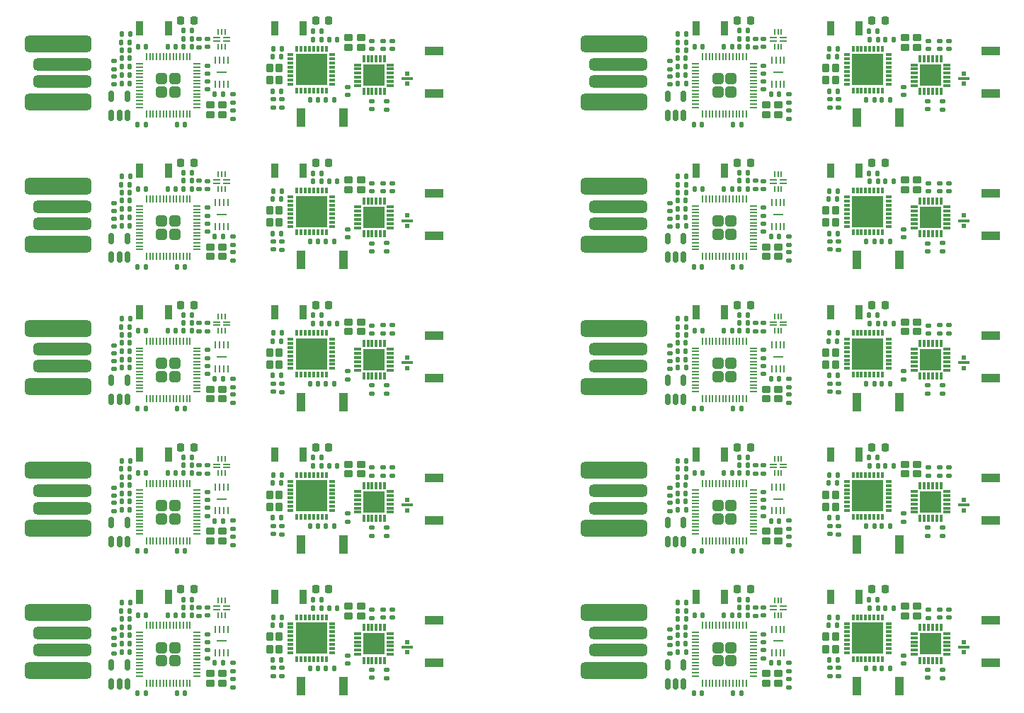
<source format=gbr>
%TF.GenerationSoftware,KiCad,Pcbnew,8.0.4*%
%TF.CreationDate,2024-10-06T23:42:51+02:00*%
%TF.ProjectId,elrs-sim-panel,656c7273-2d73-4696-9d2d-70616e656c2e,rev?*%
%TF.SameCoordinates,Original*%
%TF.FileFunction,Paste,Top*%
%TF.FilePolarity,Positive*%
%FSLAX46Y46*%
G04 Gerber Fmt 4.6, Leading zero omitted, Abs format (unit mm)*
G04 Created by KiCad (PCBNEW 8.0.4) date 2024-10-06 23:42:51*
%MOMM*%
%LPD*%
G01*
G04 APERTURE LIST*
G04 Aperture macros list*
%AMRoundRect*
0 Rectangle with rounded corners*
0 $1 Rounding radius*
0 $2 $3 $4 $5 $6 $7 $8 $9 X,Y pos of 4 corners*
0 Add a 4 corners polygon primitive as box body*
4,1,4,$2,$3,$4,$5,$6,$7,$8,$9,$2,$3,0*
0 Add four circle primitives for the rounded corners*
1,1,$1+$1,$2,$3*
1,1,$1+$1,$4,$5*
1,1,$1+$1,$6,$7*
1,1,$1+$1,$8,$9*
0 Add four rect primitives between the rounded corners*
20,1,$1+$1,$2,$3,$4,$5,0*
20,1,$1+$1,$4,$5,$6,$7,0*
20,1,$1+$1,$6,$7,$8,$9,0*
20,1,$1+$1,$8,$9,$2,$3,0*%
G04 Aperture macros list end*
%ADD10RoundRect,0.135000X-0.135000X-0.185000X0.135000X-0.185000X0.135000X0.185000X-0.135000X0.185000X0*%
%ADD11RoundRect,0.140000X-0.140000X-0.170000X0.140000X-0.170000X0.140000X0.170000X-0.140000X0.170000X0*%
%ADD12RoundRect,0.135000X0.185000X-0.135000X0.185000X0.135000X-0.185000X0.135000X-0.185000X-0.135000X0*%
%ADD13RoundRect,0.140000X0.140000X0.170000X-0.140000X0.170000X-0.140000X-0.170000X0.140000X-0.170000X0*%
%ADD14R,0.900000X1.700000*%
%ADD15RoundRect,0.500000X3.500000X-0.500000X3.500000X0.500000X-3.500000X0.500000X-3.500000X-0.500000X0*%
%ADD16RoundRect,0.500000X3.000000X-0.250000X3.000000X0.250000X-3.000000X0.250000X-3.000000X-0.250000X0*%
%ADD17RoundRect,0.140000X-0.170000X0.140000X-0.170000X-0.140000X0.170000X-0.140000X0.170000X0.140000X0*%
%ADD18RoundRect,0.140000X0.170000X-0.140000X0.170000X0.140000X-0.170000X0.140000X-0.170000X-0.140000X0*%
%ADD19RoundRect,0.135000X0.135000X0.185000X-0.135000X0.185000X-0.135000X-0.185000X0.135000X-0.185000X0*%
%ADD20RoundRect,0.150000X0.150000X-0.512500X0.150000X0.512500X-0.150000X0.512500X-0.150000X-0.512500X0*%
%ADD21RoundRect,0.249999X0.395001X-0.395001X0.395001X0.395001X-0.395001X0.395001X-0.395001X-0.395001X0*%
%ADD22RoundRect,0.050000X0.050000X-0.387500X0.050000X0.387500X-0.050000X0.387500X-0.050000X-0.387500X0*%
%ADD23RoundRect,0.050000X0.387500X-0.050000X0.387500X0.050000X-0.387500X0.050000X-0.387500X-0.050000X0*%
%ADD24RoundRect,0.102000X-0.373000X-0.323000X0.373000X-0.323000X0.373000X0.323000X-0.373000X0.323000X0*%
%ADD25RoundRect,0.040000X-0.605000X0.040000X-0.605000X-0.040000X0.605000X-0.040000X0.605000X0.040000X0*%
%ADD26RoundRect,0.062500X-0.062500X0.387500X-0.062500X-0.387500X0.062500X-0.387500X0.062500X0.387500X0*%
%ADD27RoundRect,0.102000X0.323000X-0.373000X0.323000X0.373000X-0.323000X0.373000X-0.323000X-0.373000X0*%
%ADD28RoundRect,0.135000X-0.185000X0.135000X-0.185000X-0.135000X0.185000X-0.135000X0.185000X0.135000X0*%
%ADD29R,2.300000X1.000000*%
%ADD30R,0.600000X0.600000*%
%ADD31R,1.450000X0.300000*%
%ADD32RoundRect,0.050000X-0.350000X-0.050000X0.350000X-0.050000X0.350000X0.050000X-0.350000X0.050000X0*%
%ADD33RoundRect,0.050000X-0.050000X-0.325000X0.050000X-0.325000X0.050000X0.325000X-0.050000X0.325000X0*%
%ADD34RoundRect,0.218750X-0.218750X-0.256250X0.218750X-0.256250X0.218750X0.256250X-0.218750X0.256250X0*%
%ADD35R,1.000000X2.300000*%
%ADD36R,0.300000X0.800000*%
%ADD37R,0.800000X0.300000*%
%ADD38R,3.750000X3.750000*%
%ADD39RoundRect,0.102000X0.373000X0.323000X-0.373000X0.323000X-0.373000X-0.323000X0.373000X-0.323000X0*%
%ADD40R,0.300000X0.850000*%
%ADD41R,0.850000X0.300000*%
%ADD42R,2.650000X2.650000*%
G04 APERTURE END LIST*
D10*
%TO.C,R13*%
X21090000Y-11400000D03*
X22110000Y-11400000D03*
%TD*%
%TO.C,R13*%
X21090000Y-79400000D03*
X22110000Y-79400000D03*
%TD*%
D11*
%TO.C,C10*%
X110145000Y-69225000D03*
X111105000Y-69225000D03*
%TD*%
D12*
%TO.C,R4*%
X100900000Y-88510000D03*
X100900000Y-87490000D03*
%TD*%
D13*
%TO.C,C16*%
X88580000Y-47300000D03*
X87620000Y-47300000D03*
%TD*%
D10*
%TO.C,R5*%
X105715000Y-68225000D03*
X106735000Y-68225000D03*
%TD*%
D14*
%TO.C,SW1*%
X42800000Y-26700000D03*
X39400000Y-26700000D03*
%TD*%
%TO.C,SW2*%
X23300000Y-26700000D03*
X26700000Y-26700000D03*
%TD*%
D11*
%TO.C,C14*%
X94240000Y-21200000D03*
X95200000Y-21200000D03*
%TD*%
%TO.C,C14*%
X27740000Y-38200000D03*
X28700000Y-38200000D03*
%TD*%
D15*
%TO.C,J1*%
X13500000Y-52525000D03*
D16*
X14000000Y-50075000D03*
X14000000Y-48025000D03*
D15*
X13500000Y-45575000D03*
%TD*%
D10*
%TO.C,R13*%
X87590000Y-45400000D03*
X88610000Y-45400000D03*
%TD*%
D13*
%TO.C,C21*%
X22100000Y-63350000D03*
X21140000Y-63350000D03*
%TD*%
%TO.C,C16*%
X22080000Y-30300000D03*
X21120000Y-30300000D03*
%TD*%
%TO.C,C3*%
X27600000Y-79900000D03*
X26640000Y-79900000D03*
%TD*%
D17*
%TO.C,C7*%
X118925000Y-28220000D03*
X118925000Y-29180000D03*
%TD*%
D18*
%TO.C,C18*%
X31350000Y-28930000D03*
X31350000Y-27970000D03*
%TD*%
D12*
%TO.C,R16*%
X100900000Y-52610000D03*
X100900000Y-51590000D03*
%TD*%
D19*
%TO.C,R3*%
X106700000Y-47100000D03*
X105680000Y-47100000D03*
%TD*%
D17*
%TO.C,C20*%
X86700000Y-49470000D03*
X86700000Y-50430000D03*
%TD*%
D10*
%TO.C,R14*%
X21140000Y-44400000D03*
X22160000Y-44400000D03*
%TD*%
D17*
%TO.C,C7*%
X52425000Y-11220000D03*
X52425000Y-12180000D03*
%TD*%
D19*
%TO.C,R15*%
X106760000Y-46150000D03*
X105740000Y-46150000D03*
%TD*%
D10*
%TO.C,R1*%
X112015000Y-18225000D03*
X113035000Y-18225000D03*
%TD*%
D17*
%TO.C,C12*%
X39300000Y-35200000D03*
X39300000Y-36160000D03*
%TD*%
D13*
%TO.C,C3*%
X94100000Y-28900000D03*
X93140000Y-28900000D03*
%TD*%
D20*
%TO.C,PS1*%
X19900000Y-71087500D03*
X20850000Y-71087500D03*
X21800000Y-71087500D03*
X21800000Y-68812500D03*
X19900000Y-68812500D03*
%TD*%
D13*
%TO.C,C16*%
X22080000Y-64300000D03*
X21120000Y-64300000D03*
%TD*%
D21*
%TO.C,U1*%
X25900000Y-85350000D03*
X27500000Y-85350000D03*
X25900000Y-83750000D03*
X27500000Y-83750000D03*
D22*
X24100000Y-87987500D03*
X24500000Y-87987500D03*
X24900000Y-87987500D03*
X25300000Y-87987500D03*
X25700000Y-87987500D03*
X26100000Y-87987500D03*
X26500000Y-87987500D03*
X26900000Y-87987500D03*
X27300000Y-87987500D03*
X27700000Y-87987500D03*
X28100000Y-87987500D03*
X28500000Y-87987500D03*
X28900000Y-87987500D03*
X29300000Y-87987500D03*
D23*
X30137500Y-87150000D03*
X30137500Y-86750000D03*
X30137500Y-86350000D03*
X30137500Y-85950000D03*
X30137500Y-85550000D03*
X30137500Y-85150000D03*
X30137500Y-84750000D03*
X30137500Y-84350000D03*
X30137500Y-83950000D03*
X30137500Y-83550000D03*
X30137500Y-83150000D03*
X30137500Y-82750000D03*
X30137500Y-82350000D03*
X30137500Y-81950000D03*
D22*
X29300000Y-81112500D03*
X28900000Y-81112500D03*
X28500000Y-81112500D03*
X28100000Y-81112500D03*
X27700000Y-81112500D03*
X27300000Y-81112500D03*
X26900000Y-81112500D03*
X26500000Y-81112500D03*
X26100000Y-81112500D03*
X25700000Y-81112500D03*
X25300000Y-81112500D03*
X24900000Y-81112500D03*
X24500000Y-81112500D03*
X24100000Y-81112500D03*
D23*
X23262500Y-81950000D03*
X23262500Y-82350000D03*
X23262500Y-82750000D03*
X23262500Y-83150000D03*
X23262500Y-83550000D03*
X23262500Y-83950000D03*
X23262500Y-84350000D03*
X23262500Y-84750000D03*
X23262500Y-85150000D03*
X23262500Y-85550000D03*
X23262500Y-85950000D03*
X23262500Y-86350000D03*
X23262500Y-86750000D03*
X23262500Y-87150000D03*
%TD*%
D24*
%TO.C,X3*%
X114775000Y-28975000D03*
X116225000Y-28975000D03*
X116225000Y-27825000D03*
X114775000Y-27825000D03*
%TD*%
D17*
%TO.C,C20*%
X86700000Y-15470000D03*
X86700000Y-16430000D03*
%TD*%
D12*
%TO.C,R6*%
X106800000Y-19220000D03*
X106800000Y-18200000D03*
%TD*%
D13*
%TO.C,C2*%
X88580000Y-14300000D03*
X87620000Y-14300000D03*
%TD*%
D17*
%TO.C,C15*%
X97850000Y-33070000D03*
X97850000Y-34030000D03*
%TD*%
D25*
%TO.C,U2*%
X99600000Y-48975000D03*
D26*
X100350000Y-47550000D03*
X99850000Y-47550000D03*
X99350000Y-47550000D03*
X98850000Y-47550000D03*
X98850000Y-50400000D03*
X99350000Y-50400000D03*
X99850000Y-50400000D03*
X100350000Y-50400000D03*
%TD*%
D17*
%TO.C,C9*%
X48125000Y-67725000D03*
X48125000Y-68685000D03*
%TD*%
D27*
%TO.C,X2*%
X106475000Y-32925000D03*
X106475000Y-31475000D03*
X105325000Y-31475000D03*
X105325000Y-32925000D03*
%TD*%
D10*
%TO.C,R14*%
X87640000Y-44400000D03*
X88660000Y-44400000D03*
%TD*%
D28*
%TO.C,R2*%
X119300000Y-69390000D03*
X119300000Y-70410000D03*
%TD*%
D13*
%TO.C,C21*%
X22100000Y-46350000D03*
X21140000Y-46350000D03*
%TD*%
%TO.C,C5*%
X33230000Y-17600000D03*
X32270000Y-17600000D03*
%TD*%
D17*
%TO.C,C8*%
X120025000Y-45220000D03*
X120025000Y-46180000D03*
%TD*%
D21*
%TO.C,U1*%
X92400000Y-51350000D03*
X94000000Y-51350000D03*
X92400000Y-49750000D03*
X94000000Y-49750000D03*
D22*
X90600000Y-53987500D03*
X91000000Y-53987500D03*
X91400000Y-53987500D03*
X91800000Y-53987500D03*
X92200000Y-53987500D03*
X92600000Y-53987500D03*
X93000000Y-53987500D03*
X93400000Y-53987500D03*
X93800000Y-53987500D03*
X94200000Y-53987500D03*
X94600000Y-53987500D03*
X95000000Y-53987500D03*
X95400000Y-53987500D03*
X95800000Y-53987500D03*
D23*
X96637500Y-53150000D03*
X96637500Y-52750000D03*
X96637500Y-52350000D03*
X96637500Y-51950000D03*
X96637500Y-51550000D03*
X96637500Y-51150000D03*
X96637500Y-50750000D03*
X96637500Y-50350000D03*
X96637500Y-49950000D03*
X96637500Y-49550000D03*
X96637500Y-49150000D03*
X96637500Y-48750000D03*
X96637500Y-48350000D03*
X96637500Y-47950000D03*
D22*
X95800000Y-47112500D03*
X95400000Y-47112500D03*
X95000000Y-47112500D03*
X94600000Y-47112500D03*
X94200000Y-47112500D03*
X93800000Y-47112500D03*
X93400000Y-47112500D03*
X93000000Y-47112500D03*
X92600000Y-47112500D03*
X92200000Y-47112500D03*
X91800000Y-47112500D03*
X91400000Y-47112500D03*
X91000000Y-47112500D03*
X90600000Y-47112500D03*
D23*
X89762500Y-47950000D03*
X89762500Y-48350000D03*
X89762500Y-48750000D03*
X89762500Y-49150000D03*
X89762500Y-49550000D03*
X89762500Y-49950000D03*
X89762500Y-50350000D03*
X89762500Y-50750000D03*
X89762500Y-51150000D03*
X89762500Y-51550000D03*
X89762500Y-51950000D03*
X89762500Y-52350000D03*
X89762500Y-52750000D03*
X89762500Y-53150000D03*
%TD*%
D12*
%TO.C,R6*%
X106800000Y-70220000D03*
X106800000Y-69200000D03*
%TD*%
%TO.C,R16*%
X100900000Y-69610000D03*
X100900000Y-68590000D03*
%TD*%
D29*
%TO.C,L1*%
X58500000Y-68540000D03*
X58500000Y-63460000D03*
%TD*%
D12*
%TO.C,R6*%
X106800000Y-36220000D03*
X106800000Y-35200000D03*
%TD*%
D18*
%TO.C,C18*%
X31350000Y-79930000D03*
X31350000Y-78970000D03*
%TD*%
D30*
%TO.C,ANT1*%
X55300000Y-15100000D03*
D31*
X55300000Y-15713000D03*
D30*
X55300000Y-16326000D03*
%TD*%
D15*
%TO.C,J1*%
X80000000Y-86525000D03*
D16*
X80500000Y-84075000D03*
X80500000Y-82025000D03*
D15*
X80000000Y-79575000D03*
%TD*%
D13*
%TO.C,C5*%
X33230000Y-34600000D03*
X32270000Y-34600000D03*
%TD*%
D21*
%TO.C,U1*%
X25900000Y-34350000D03*
X27500000Y-34350000D03*
X25900000Y-32750000D03*
X27500000Y-32750000D03*
D22*
X24100000Y-36987500D03*
X24500000Y-36987500D03*
X24900000Y-36987500D03*
X25300000Y-36987500D03*
X25700000Y-36987500D03*
X26100000Y-36987500D03*
X26500000Y-36987500D03*
X26900000Y-36987500D03*
X27300000Y-36987500D03*
X27700000Y-36987500D03*
X28100000Y-36987500D03*
X28500000Y-36987500D03*
X28900000Y-36987500D03*
X29300000Y-36987500D03*
D23*
X30137500Y-36150000D03*
X30137500Y-35750000D03*
X30137500Y-35350000D03*
X30137500Y-34950000D03*
X30137500Y-34550000D03*
X30137500Y-34150000D03*
X30137500Y-33750000D03*
X30137500Y-33350000D03*
X30137500Y-32950000D03*
X30137500Y-32550000D03*
X30137500Y-32150000D03*
X30137500Y-31750000D03*
X30137500Y-31350000D03*
X30137500Y-30950000D03*
D22*
X29300000Y-30112500D03*
X28900000Y-30112500D03*
X28500000Y-30112500D03*
X28100000Y-30112500D03*
X27700000Y-30112500D03*
X27300000Y-30112500D03*
X26900000Y-30112500D03*
X26500000Y-30112500D03*
X26100000Y-30112500D03*
X25700000Y-30112500D03*
X25300000Y-30112500D03*
X24900000Y-30112500D03*
X24500000Y-30112500D03*
X24100000Y-30112500D03*
D23*
X23262500Y-30950000D03*
X23262500Y-31350000D03*
X23262500Y-31750000D03*
X23262500Y-32150000D03*
X23262500Y-32550000D03*
X23262500Y-32950000D03*
X23262500Y-33350000D03*
X23262500Y-33750000D03*
X23262500Y-34150000D03*
X23262500Y-34550000D03*
X23262500Y-34950000D03*
X23262500Y-35350000D03*
X23262500Y-35750000D03*
X23262500Y-36150000D03*
%TD*%
D13*
%TO.C,C1*%
X90500000Y-55200000D03*
X89540000Y-55200000D03*
%TD*%
%TO.C,C17*%
X24060000Y-79900000D03*
X23100000Y-79900000D03*
%TD*%
D24*
%TO.C,X3*%
X48275000Y-62975000D03*
X49725000Y-62975000D03*
X49725000Y-61825000D03*
X48275000Y-61825000D03*
%TD*%
D17*
%TO.C,C8*%
X53525000Y-79220000D03*
X53525000Y-80180000D03*
%TD*%
D10*
%TO.C,R13*%
X21090000Y-62400000D03*
X22110000Y-62400000D03*
%TD*%
D20*
%TO.C,PS1*%
X86400000Y-37087500D03*
X87350000Y-37087500D03*
X88300000Y-37087500D03*
X88300000Y-34812500D03*
X86400000Y-34812500D03*
%TD*%
D32*
%TO.C,S1*%
X32500000Y-61825000D03*
X32500000Y-62225000D03*
D33*
X32700000Y-62900000D03*
X33100000Y-62900000D03*
X33500000Y-62900000D03*
D32*
X33700000Y-62225000D03*
X33700000Y-61825000D03*
D33*
X33500000Y-61150000D03*
X33100000Y-61150000D03*
X32700000Y-61150000D03*
%TD*%
D28*
%TO.C,R2*%
X52800000Y-52390000D03*
X52800000Y-53410000D03*
%TD*%
D12*
%TO.C,R11*%
X96900000Y-45960000D03*
X96900000Y-44940000D03*
%TD*%
D10*
%TO.C,R14*%
X87640000Y-27400000D03*
X88660000Y-27400000D03*
%TD*%
D13*
%TO.C,C13*%
X88580000Y-15300000D03*
X87620000Y-15300000D03*
%TD*%
D24*
%TO.C,X3*%
X48275000Y-45975000D03*
X49725000Y-45975000D03*
X49725000Y-44825000D03*
X48275000Y-44825000D03*
%TD*%
D19*
%TO.C,R7*%
X111535000Y-11025000D03*
X110515000Y-11025000D03*
%TD*%
D14*
%TO.C,SW2*%
X23300000Y-9700000D03*
X26700000Y-9700000D03*
%TD*%
D13*
%TO.C,C17*%
X90560000Y-45900000D03*
X89600000Y-45900000D03*
%TD*%
%TO.C,C3*%
X27600000Y-45900000D03*
X26640000Y-45900000D03*
%TD*%
D24*
%TO.C,X3*%
X48275000Y-28975000D03*
X49725000Y-28975000D03*
X49725000Y-27825000D03*
X48275000Y-27825000D03*
%TD*%
D11*
%TO.C,C10*%
X43645000Y-52225000D03*
X44605000Y-52225000D03*
%TD*%
D19*
%TO.C,R7*%
X45035000Y-79025000D03*
X44015000Y-79025000D03*
%TD*%
D12*
%TO.C,R6*%
X40300000Y-19220000D03*
X40300000Y-18200000D03*
%TD*%
D30*
%TO.C,ANT1*%
X55300000Y-49100000D03*
D31*
X55300000Y-49713000D03*
D30*
X55300000Y-50326000D03*
%TD*%
D17*
%TO.C,C12*%
X105800000Y-18200000D03*
X105800000Y-19160000D03*
%TD*%
D13*
%TO.C,C1*%
X90500000Y-38200000D03*
X89540000Y-38200000D03*
%TD*%
%TO.C,C1*%
X24000000Y-55200000D03*
X23040000Y-55200000D03*
%TD*%
D34*
%TO.C,D2*%
X28212500Y-76800000D03*
X29787500Y-76800000D03*
%TD*%
D17*
%TO.C,C22*%
X31350000Y-14170000D03*
X31350000Y-15130000D03*
%TD*%
D13*
%TO.C,C4*%
X22085000Y-50300000D03*
X21125000Y-50300000D03*
%TD*%
%TO.C,C21*%
X88600000Y-80350000D03*
X87640000Y-80350000D03*
%TD*%
%TO.C,C5*%
X33230000Y-85600000D03*
X32270000Y-85600000D03*
%TD*%
D11*
%TO.C,C10*%
X110145000Y-52225000D03*
X111105000Y-52225000D03*
%TD*%
D30*
%TO.C,ANT1*%
X121800000Y-32100000D03*
D31*
X121800000Y-32713000D03*
D30*
X121800000Y-33326000D03*
%TD*%
D10*
%TO.C,R14*%
X87640000Y-10400000D03*
X88660000Y-10400000D03*
%TD*%
D17*
%TO.C,C7*%
X118925000Y-62220000D03*
X118925000Y-63180000D03*
%TD*%
%TO.C,C6*%
X51000000Y-86420000D03*
X51000000Y-87380000D03*
%TD*%
D35*
%TO.C,L2*%
X42560000Y-20400000D03*
X47640000Y-20400000D03*
%TD*%
D19*
%TO.C,R15*%
X40260000Y-63150000D03*
X39240000Y-63150000D03*
%TD*%
D17*
%TO.C,C9*%
X114625000Y-16725000D03*
X114625000Y-17685000D03*
%TD*%
D18*
%TO.C,C19*%
X86700000Y-14580000D03*
X86700000Y-13620000D03*
%TD*%
D17*
%TO.C,C22*%
X31350000Y-65170000D03*
X31350000Y-66130000D03*
%TD*%
%TO.C,C15*%
X31350000Y-33070000D03*
X31350000Y-34030000D03*
%TD*%
D25*
%TO.C,U2*%
X33100000Y-65975000D03*
D26*
X33850000Y-64550000D03*
X33350000Y-64550000D03*
X32850000Y-64550000D03*
X32350000Y-64550000D03*
X32350000Y-67400000D03*
X32850000Y-67400000D03*
X33350000Y-67400000D03*
X33850000Y-67400000D03*
%TD*%
D17*
%TO.C,C15*%
X31350000Y-50070000D03*
X31350000Y-51030000D03*
%TD*%
D19*
%TO.C,R9*%
X29510000Y-10000000D03*
X28490000Y-10000000D03*
%TD*%
%TO.C,R15*%
X106760000Y-63150000D03*
X105740000Y-63150000D03*
%TD*%
%TO.C,R12*%
X29500000Y-44950000D03*
X28480000Y-44950000D03*
%TD*%
D10*
%TO.C,R14*%
X87640000Y-61400000D03*
X88660000Y-61400000D03*
%TD*%
D11*
%TO.C,C11*%
X112445000Y-11025000D03*
X113405000Y-11025000D03*
%TD*%
D13*
%TO.C,C4*%
X88585000Y-33300000D03*
X87625000Y-33300000D03*
%TD*%
D12*
%TO.C,R4*%
X100900000Y-37510000D03*
X100900000Y-36490000D03*
%TD*%
D17*
%TO.C,C8*%
X53525000Y-62220000D03*
X53525000Y-63180000D03*
%TD*%
D13*
%TO.C,C1*%
X90500000Y-72200000D03*
X89540000Y-72200000D03*
%TD*%
D29*
%TO.C,L1*%
X125000000Y-34540000D03*
X125000000Y-29460000D03*
%TD*%
D13*
%TO.C,C16*%
X88580000Y-64300000D03*
X87620000Y-64300000D03*
%TD*%
D17*
%TO.C,C22*%
X31350000Y-31170000D03*
X31350000Y-32130000D03*
%TD*%
D12*
%TO.C,R6*%
X106800000Y-53220000D03*
X106800000Y-52200000D03*
%TD*%
D10*
%TO.C,R10*%
X28490000Y-79900000D03*
X29510000Y-79900000D03*
%TD*%
D13*
%TO.C,C4*%
X22085000Y-33300000D03*
X21125000Y-33300000D03*
%TD*%
D19*
%TO.C,R7*%
X45035000Y-62025000D03*
X44015000Y-62025000D03*
%TD*%
D10*
%TO.C,R8*%
X43990000Y-10025000D03*
X45010000Y-10025000D03*
%TD*%
D12*
%TO.C,R4*%
X100900000Y-71510000D03*
X100900000Y-70490000D03*
%TD*%
D13*
%TO.C,C3*%
X94100000Y-11900000D03*
X93140000Y-11900000D03*
%TD*%
D11*
%TO.C,C10*%
X43645000Y-69225000D03*
X44605000Y-69225000D03*
%TD*%
D17*
%TO.C,C20*%
X20200000Y-32470000D03*
X20200000Y-33430000D03*
%TD*%
D13*
%TO.C,C17*%
X90560000Y-28900000D03*
X89600000Y-28900000D03*
%TD*%
D10*
%TO.C,R10*%
X94990000Y-28900000D03*
X96010000Y-28900000D03*
%TD*%
D34*
%TO.C,D2*%
X94712500Y-59800000D03*
X96287500Y-59800000D03*
%TD*%
D17*
%TO.C,C20*%
X20200000Y-15470000D03*
X20200000Y-16430000D03*
%TD*%
D34*
%TO.C,D1*%
X44312500Y-25800000D03*
X45887500Y-25800000D03*
%TD*%
D12*
%TO.C,R4*%
X34400000Y-20510000D03*
X34400000Y-19490000D03*
%TD*%
D10*
%TO.C,R8*%
X110490000Y-61025000D03*
X111510000Y-61025000D03*
%TD*%
D19*
%TO.C,R3*%
X106700000Y-64100000D03*
X105680000Y-64100000D03*
%TD*%
%TO.C,R3*%
X106700000Y-13100000D03*
X105680000Y-13100000D03*
%TD*%
%TO.C,R15*%
X106760000Y-12150000D03*
X105740000Y-12150000D03*
%TD*%
D20*
%TO.C,PS1*%
X86400000Y-54087500D03*
X87350000Y-54087500D03*
X88300000Y-54087500D03*
X88300000Y-51812500D03*
X86400000Y-51812500D03*
%TD*%
D18*
%TO.C,C19*%
X20200000Y-14580000D03*
X20200000Y-13620000D03*
%TD*%
D10*
%TO.C,R10*%
X94990000Y-62900000D03*
X96010000Y-62900000D03*
%TD*%
D19*
%TO.C,R15*%
X40260000Y-80150000D03*
X39240000Y-80150000D03*
%TD*%
D36*
%TO.C,IC2*%
X42075000Y-51125000D03*
X42575000Y-51125000D03*
X43075000Y-51125000D03*
X43575000Y-51125000D03*
X44075000Y-51125000D03*
X44575000Y-51125000D03*
X45075000Y-51125000D03*
X45575000Y-51125000D03*
D37*
X46325000Y-50375000D03*
X46325000Y-49875000D03*
X46325000Y-49375000D03*
X46325000Y-48875000D03*
X46325000Y-48375000D03*
X46325000Y-47875000D03*
X46325000Y-47375000D03*
X46325000Y-46875000D03*
D36*
X45575000Y-46125000D03*
X45075000Y-46125000D03*
X44575000Y-46125000D03*
X44075000Y-46125000D03*
X43575000Y-46125000D03*
X43075000Y-46125000D03*
X42575000Y-46125000D03*
X42075000Y-46125000D03*
D37*
X41325000Y-46875000D03*
X41325000Y-47375000D03*
X41325000Y-47875000D03*
X41325000Y-48375000D03*
X41325000Y-48875000D03*
X41325000Y-49375000D03*
X41325000Y-49875000D03*
X41325000Y-50375000D03*
D38*
X43825000Y-48625000D03*
%TD*%
D27*
%TO.C,X2*%
X106475000Y-49925000D03*
X106475000Y-48475000D03*
X105325000Y-48475000D03*
X105325000Y-49925000D03*
%TD*%
D13*
%TO.C,C3*%
X94100000Y-79900000D03*
X93140000Y-79900000D03*
%TD*%
D19*
%TO.C,R12*%
X29500000Y-10950000D03*
X28480000Y-10950000D03*
%TD*%
%TO.C,R3*%
X106700000Y-81100000D03*
X105680000Y-81100000D03*
%TD*%
D35*
%TO.C,L2*%
X42560000Y-88400000D03*
X47640000Y-88400000D03*
%TD*%
D14*
%TO.C,SW2*%
X23300000Y-60700000D03*
X26700000Y-60700000D03*
%TD*%
D12*
%TO.C,R4*%
X34400000Y-54510000D03*
X34400000Y-53490000D03*
%TD*%
D13*
%TO.C,C1*%
X24000000Y-89200000D03*
X23040000Y-89200000D03*
%TD*%
D11*
%TO.C,C11*%
X45945000Y-79025000D03*
X46905000Y-79025000D03*
%TD*%
D20*
%TO.C,PS1*%
X19900000Y-20087500D03*
X20850000Y-20087500D03*
X21800000Y-20087500D03*
X21800000Y-17812500D03*
X19900000Y-17812500D03*
%TD*%
D11*
%TO.C,C14*%
X94240000Y-38200000D03*
X95200000Y-38200000D03*
%TD*%
D17*
%TO.C,C6*%
X117500000Y-35420000D03*
X117500000Y-36380000D03*
%TD*%
%TO.C,C7*%
X118925000Y-79220000D03*
X118925000Y-80180000D03*
%TD*%
D11*
%TO.C,C11*%
X112445000Y-79025000D03*
X113405000Y-79025000D03*
%TD*%
D21*
%TO.C,U1*%
X92400000Y-17350000D03*
X94000000Y-17350000D03*
X92400000Y-15750000D03*
X94000000Y-15750000D03*
D22*
X90600000Y-19987500D03*
X91000000Y-19987500D03*
X91400000Y-19987500D03*
X91800000Y-19987500D03*
X92200000Y-19987500D03*
X92600000Y-19987500D03*
X93000000Y-19987500D03*
X93400000Y-19987500D03*
X93800000Y-19987500D03*
X94200000Y-19987500D03*
X94600000Y-19987500D03*
X95000000Y-19987500D03*
X95400000Y-19987500D03*
X95800000Y-19987500D03*
D23*
X96637500Y-19150000D03*
X96637500Y-18750000D03*
X96637500Y-18350000D03*
X96637500Y-17950000D03*
X96637500Y-17550000D03*
X96637500Y-17150000D03*
X96637500Y-16750000D03*
X96637500Y-16350000D03*
X96637500Y-15950000D03*
X96637500Y-15550000D03*
X96637500Y-15150000D03*
X96637500Y-14750000D03*
X96637500Y-14350000D03*
X96637500Y-13950000D03*
D22*
X95800000Y-13112500D03*
X95400000Y-13112500D03*
X95000000Y-13112500D03*
X94600000Y-13112500D03*
X94200000Y-13112500D03*
X93800000Y-13112500D03*
X93400000Y-13112500D03*
X93000000Y-13112500D03*
X92600000Y-13112500D03*
X92200000Y-13112500D03*
X91800000Y-13112500D03*
X91400000Y-13112500D03*
X91000000Y-13112500D03*
X90600000Y-13112500D03*
D23*
X89762500Y-13950000D03*
X89762500Y-14350000D03*
X89762500Y-14750000D03*
X89762500Y-15150000D03*
X89762500Y-15550000D03*
X89762500Y-15950000D03*
X89762500Y-16350000D03*
X89762500Y-16750000D03*
X89762500Y-17150000D03*
X89762500Y-17550000D03*
X89762500Y-17950000D03*
X89762500Y-18350000D03*
X89762500Y-18750000D03*
X89762500Y-19150000D03*
%TD*%
D28*
%TO.C,R2*%
X52800000Y-35390000D03*
X52800000Y-36410000D03*
%TD*%
%TO.C,R2*%
X119300000Y-35390000D03*
X119300000Y-36410000D03*
%TD*%
D20*
%TO.C,PS1*%
X86400000Y-71087500D03*
X87350000Y-71087500D03*
X88300000Y-71087500D03*
X88300000Y-68812500D03*
X86400000Y-68812500D03*
%TD*%
D13*
%TO.C,C2*%
X88580000Y-82300000D03*
X87620000Y-82300000D03*
%TD*%
D15*
%TO.C,J1*%
X13500000Y-69525000D03*
D16*
X14000000Y-67075000D03*
X14000000Y-65025000D03*
D15*
X13500000Y-62575000D03*
%TD*%
D17*
%TO.C,C15*%
X97850000Y-16070000D03*
X97850000Y-17030000D03*
%TD*%
D34*
%TO.C,D2*%
X94712500Y-25800000D03*
X96287500Y-25800000D03*
%TD*%
D13*
%TO.C,C13*%
X88580000Y-32300000D03*
X87620000Y-32300000D03*
%TD*%
D18*
%TO.C,C19*%
X86700000Y-31580000D03*
X86700000Y-30620000D03*
%TD*%
D25*
%TO.C,U2*%
X33100000Y-82975000D03*
D26*
X33850000Y-81550000D03*
X33350000Y-81550000D03*
X32850000Y-81550000D03*
X32350000Y-81550000D03*
X32350000Y-84400000D03*
X32850000Y-84400000D03*
X33350000Y-84400000D03*
X33850000Y-84400000D03*
%TD*%
D17*
%TO.C,C15*%
X97850000Y-67070000D03*
X97850000Y-68030000D03*
%TD*%
%TO.C,C8*%
X120025000Y-79220000D03*
X120025000Y-80180000D03*
%TD*%
D13*
%TO.C,C13*%
X22080000Y-49300000D03*
X21120000Y-49300000D03*
%TD*%
D10*
%TO.C,R10*%
X28490000Y-45900000D03*
X29510000Y-45900000D03*
%TD*%
D17*
%TO.C,C15*%
X97850000Y-50070000D03*
X97850000Y-51030000D03*
%TD*%
D10*
%TO.C,R5*%
X39215000Y-68225000D03*
X40235000Y-68225000D03*
%TD*%
D15*
%TO.C,J1*%
X13500000Y-86525000D03*
D16*
X14000000Y-84075000D03*
X14000000Y-82025000D03*
D15*
X13500000Y-79575000D03*
%TD*%
D32*
%TO.C,S1*%
X99000000Y-44825000D03*
X99000000Y-45225000D03*
D33*
X99200000Y-45900000D03*
X99600000Y-45900000D03*
X100000000Y-45900000D03*
D32*
X100200000Y-45225000D03*
X100200000Y-44825000D03*
D33*
X100000000Y-44150000D03*
X99600000Y-44150000D03*
X99200000Y-44150000D03*
%TD*%
D13*
%TO.C,C3*%
X94100000Y-45900000D03*
X93140000Y-45900000D03*
%TD*%
D25*
%TO.C,U2*%
X33100000Y-31975000D03*
D26*
X33850000Y-30550000D03*
X33350000Y-30550000D03*
X32850000Y-30550000D03*
X32350000Y-30550000D03*
X32350000Y-33400000D03*
X32850000Y-33400000D03*
X33350000Y-33400000D03*
X33850000Y-33400000D03*
%TD*%
D10*
%TO.C,R10*%
X28490000Y-11900000D03*
X29510000Y-11900000D03*
%TD*%
D17*
%TO.C,C8*%
X53525000Y-28220000D03*
X53525000Y-29180000D03*
%TD*%
%TO.C,C12*%
X39300000Y-69200000D03*
X39300000Y-70160000D03*
%TD*%
D36*
%TO.C,IC2*%
X108575000Y-34125000D03*
X109075000Y-34125000D03*
X109575000Y-34125000D03*
X110075000Y-34125000D03*
X110575000Y-34125000D03*
X111075000Y-34125000D03*
X111575000Y-34125000D03*
X112075000Y-34125000D03*
D37*
X112825000Y-33375000D03*
X112825000Y-32875000D03*
X112825000Y-32375000D03*
X112825000Y-31875000D03*
X112825000Y-31375000D03*
X112825000Y-30875000D03*
X112825000Y-30375000D03*
X112825000Y-29875000D03*
D36*
X112075000Y-29125000D03*
X111575000Y-29125000D03*
X111075000Y-29125000D03*
X110575000Y-29125000D03*
X110075000Y-29125000D03*
X109575000Y-29125000D03*
X109075000Y-29125000D03*
X108575000Y-29125000D03*
D37*
X107825000Y-29875000D03*
X107825000Y-30375000D03*
X107825000Y-30875000D03*
X107825000Y-31375000D03*
X107825000Y-31875000D03*
X107825000Y-32375000D03*
X107825000Y-32875000D03*
X107825000Y-33375000D03*
D38*
X110325000Y-31625000D03*
%TD*%
D39*
%TO.C,X1*%
X99650000Y-18850000D03*
X98200000Y-18850000D03*
X98200000Y-20000000D03*
X99650000Y-20000000D03*
%TD*%
D13*
%TO.C,C1*%
X24000000Y-21200000D03*
X23040000Y-21200000D03*
%TD*%
D19*
%TO.C,R15*%
X40260000Y-46150000D03*
X39240000Y-46150000D03*
%TD*%
D12*
%TO.C,R4*%
X34400000Y-88510000D03*
X34400000Y-87490000D03*
%TD*%
D19*
%TO.C,R15*%
X106760000Y-29150000D03*
X105740000Y-29150000D03*
%TD*%
D29*
%TO.C,L1*%
X125000000Y-68540000D03*
X125000000Y-63460000D03*
%TD*%
D12*
%TO.C,R6*%
X40300000Y-36220000D03*
X40300000Y-35200000D03*
%TD*%
D15*
%TO.C,J1*%
X13500000Y-35525000D03*
D16*
X14000000Y-33075000D03*
X14000000Y-31025000D03*
D15*
X13500000Y-28575000D03*
%TD*%
D27*
%TO.C,X2*%
X39975000Y-83925000D03*
X39975000Y-82475000D03*
X38825000Y-82475000D03*
X38825000Y-83925000D03*
%TD*%
D17*
%TO.C,C20*%
X86700000Y-32470000D03*
X86700000Y-33430000D03*
%TD*%
%TO.C,C12*%
X39300000Y-52200000D03*
X39300000Y-53160000D03*
%TD*%
D13*
%TO.C,C4*%
X22085000Y-84300000D03*
X21125000Y-84300000D03*
%TD*%
D39*
%TO.C,X1*%
X33150000Y-18850000D03*
X31700000Y-18850000D03*
X31700000Y-20000000D03*
X33150000Y-20000000D03*
%TD*%
D34*
%TO.C,D2*%
X94712500Y-8800000D03*
X96287500Y-8800000D03*
%TD*%
D12*
%TO.C,R11*%
X30400000Y-28960000D03*
X30400000Y-27940000D03*
%TD*%
D34*
%TO.C,D1*%
X44312500Y-8800000D03*
X45887500Y-8800000D03*
%TD*%
D20*
%TO.C,PS1*%
X19900000Y-88087500D03*
X20850000Y-88087500D03*
X21800000Y-88087500D03*
X21800000Y-85812500D03*
X19900000Y-85812500D03*
%TD*%
D14*
%TO.C,SW1*%
X42800000Y-60700000D03*
X39400000Y-60700000D03*
%TD*%
D10*
%TO.C,R1*%
X112015000Y-86225000D03*
X113035000Y-86225000D03*
%TD*%
D18*
%TO.C,C23*%
X51050000Y-63200000D03*
X51050000Y-62240000D03*
%TD*%
D32*
%TO.C,S1*%
X99000000Y-78825000D03*
X99000000Y-79225000D03*
D33*
X99200000Y-79900000D03*
X99600000Y-79900000D03*
X100000000Y-79900000D03*
D32*
X100200000Y-79225000D03*
X100200000Y-78825000D03*
D33*
X100000000Y-78150000D03*
X99600000Y-78150000D03*
X99200000Y-78150000D03*
%TD*%
D18*
%TO.C,C18*%
X31350000Y-11930000D03*
X31350000Y-10970000D03*
%TD*%
D32*
%TO.C,S1*%
X32500000Y-10825000D03*
X32500000Y-11225000D03*
D33*
X32700000Y-11900000D03*
X33100000Y-11900000D03*
X33500000Y-11900000D03*
D32*
X33700000Y-11225000D03*
X33700000Y-10825000D03*
D33*
X33500000Y-10150000D03*
X33100000Y-10150000D03*
X32700000Y-10150000D03*
%TD*%
D11*
%TO.C,C11*%
X45945000Y-62025000D03*
X46905000Y-62025000D03*
%TD*%
D17*
%TO.C,C15*%
X31350000Y-84070000D03*
X31350000Y-85030000D03*
%TD*%
D24*
%TO.C,X3*%
X114775000Y-79975000D03*
X116225000Y-79975000D03*
X116225000Y-78825000D03*
X114775000Y-78825000D03*
%TD*%
D10*
%TO.C,R14*%
X21140000Y-78400000D03*
X22160000Y-78400000D03*
%TD*%
D19*
%TO.C,R9*%
X96010000Y-44000000D03*
X94990000Y-44000000D03*
%TD*%
D32*
%TO.C,S1*%
X99000000Y-61825000D03*
X99000000Y-62225000D03*
D33*
X99200000Y-62900000D03*
X99600000Y-62900000D03*
X100000000Y-62900000D03*
D32*
X100200000Y-62225000D03*
X100200000Y-61825000D03*
D33*
X100000000Y-61150000D03*
X99600000Y-61150000D03*
X99200000Y-61150000D03*
%TD*%
D19*
%TO.C,R9*%
X29510000Y-61000000D03*
X28490000Y-61000000D03*
%TD*%
D27*
%TO.C,X2*%
X39975000Y-15925000D03*
X39975000Y-14475000D03*
X38825000Y-14475000D03*
X38825000Y-15925000D03*
%TD*%
D17*
%TO.C,C9*%
X114625000Y-67725000D03*
X114625000Y-68685000D03*
%TD*%
D18*
%TO.C,C19*%
X20200000Y-31580000D03*
X20200000Y-30620000D03*
%TD*%
D13*
%TO.C,C5*%
X33230000Y-51600000D03*
X32270000Y-51600000D03*
%TD*%
D12*
%TO.C,R16*%
X100900000Y-35610000D03*
X100900000Y-34590000D03*
%TD*%
D11*
%TO.C,C14*%
X27740000Y-89200000D03*
X28700000Y-89200000D03*
%TD*%
D13*
%TO.C,C4*%
X88585000Y-67300000D03*
X87625000Y-67300000D03*
%TD*%
D18*
%TO.C,C23*%
X51050000Y-29200000D03*
X51050000Y-28240000D03*
%TD*%
D27*
%TO.C,X2*%
X39975000Y-66925000D03*
X39975000Y-65475000D03*
X38825000Y-65475000D03*
X38825000Y-66925000D03*
%TD*%
D12*
%TO.C,R16*%
X100900000Y-18610000D03*
X100900000Y-17590000D03*
%TD*%
D17*
%TO.C,C6*%
X51000000Y-52420000D03*
X51000000Y-53380000D03*
%TD*%
D12*
%TO.C,R16*%
X100900000Y-86610000D03*
X100900000Y-85590000D03*
%TD*%
D13*
%TO.C,C13*%
X22080000Y-32300000D03*
X21120000Y-32300000D03*
%TD*%
D12*
%TO.C,R6*%
X40300000Y-53220000D03*
X40300000Y-52200000D03*
%TD*%
D34*
%TO.C,D1*%
X44312500Y-59800000D03*
X45887500Y-59800000D03*
%TD*%
%TO.C,D2*%
X94712500Y-76800000D03*
X96287500Y-76800000D03*
%TD*%
D32*
%TO.C,S1*%
X32500000Y-27825000D03*
X32500000Y-28225000D03*
D33*
X32700000Y-28900000D03*
X33100000Y-28900000D03*
X33500000Y-28900000D03*
D32*
X33700000Y-28225000D03*
X33700000Y-27825000D03*
D33*
X33500000Y-27150000D03*
X33100000Y-27150000D03*
X32700000Y-27150000D03*
%TD*%
D17*
%TO.C,C8*%
X53525000Y-45220000D03*
X53525000Y-46180000D03*
%TD*%
D13*
%TO.C,C2*%
X22080000Y-65300000D03*
X21120000Y-65300000D03*
%TD*%
D17*
%TO.C,C9*%
X114625000Y-33725000D03*
X114625000Y-34685000D03*
%TD*%
D25*
%TO.C,U2*%
X33100000Y-14975000D03*
D26*
X33850000Y-13550000D03*
X33350000Y-13550000D03*
X32850000Y-13550000D03*
X32350000Y-13550000D03*
X32350000Y-16400000D03*
X32850000Y-16400000D03*
X33350000Y-16400000D03*
X33850000Y-16400000D03*
%TD*%
D13*
%TO.C,C21*%
X22100000Y-12350000D03*
X21140000Y-12350000D03*
%TD*%
%TO.C,C17*%
X90560000Y-62900000D03*
X89600000Y-62900000D03*
%TD*%
D11*
%TO.C,C10*%
X110145000Y-35225000D03*
X111105000Y-35225000D03*
%TD*%
D35*
%TO.C,L2*%
X109060000Y-54400000D03*
X114140000Y-54400000D03*
%TD*%
D20*
%TO.C,PS1*%
X19900000Y-37087500D03*
X20850000Y-37087500D03*
X21800000Y-37087500D03*
X21800000Y-34812500D03*
X19900000Y-34812500D03*
%TD*%
D39*
%TO.C,X1*%
X33150000Y-35850000D03*
X31700000Y-35850000D03*
X31700000Y-37000000D03*
X33150000Y-37000000D03*
%TD*%
D12*
%TO.C,R6*%
X106800000Y-87220000D03*
X106800000Y-86200000D03*
%TD*%
D10*
%TO.C,R8*%
X43990000Y-61025000D03*
X45010000Y-61025000D03*
%TD*%
D19*
%TO.C,R9*%
X29510000Y-27000000D03*
X28490000Y-27000000D03*
%TD*%
D24*
%TO.C,X3*%
X48275000Y-11975000D03*
X49725000Y-11975000D03*
X49725000Y-10825000D03*
X48275000Y-10825000D03*
%TD*%
D12*
%TO.C,R11*%
X96900000Y-79960000D03*
X96900000Y-78940000D03*
%TD*%
D10*
%TO.C,R10*%
X94990000Y-11900000D03*
X96010000Y-11900000D03*
%TD*%
D15*
%TO.C,J1*%
X80000000Y-35525000D03*
D16*
X80500000Y-33075000D03*
X80500000Y-31025000D03*
D15*
X80000000Y-28575000D03*
%TD*%
D40*
%TO.C,IC1*%
X119075000Y-64375000D03*
X118575000Y-64375000D03*
X118075000Y-64375000D03*
X117575000Y-64375000D03*
X117075000Y-64375000D03*
X116575000Y-64375000D03*
D41*
X115875000Y-65075000D03*
X115875000Y-65575000D03*
X115875000Y-66075000D03*
X115875000Y-66575000D03*
X115875000Y-67075000D03*
X115875000Y-67575000D03*
D40*
X116575000Y-68275000D03*
X117075000Y-68275000D03*
X117575000Y-68275000D03*
X118075000Y-68275000D03*
X118575000Y-68275000D03*
X119075000Y-68275000D03*
D41*
X119775000Y-67575000D03*
X119775000Y-67075000D03*
X119775000Y-66575000D03*
X119775000Y-66075000D03*
X119775000Y-65575000D03*
X119775000Y-65075000D03*
D42*
X117825000Y-66325000D03*
%TD*%
D34*
%TO.C,D1*%
X110812500Y-8800000D03*
X112387500Y-8800000D03*
%TD*%
D10*
%TO.C,R8*%
X110490000Y-44025000D03*
X111510000Y-44025000D03*
%TD*%
D14*
%TO.C,SW1*%
X42800000Y-9700000D03*
X39400000Y-9700000D03*
%TD*%
D18*
%TO.C,C18*%
X97850000Y-11930000D03*
X97850000Y-10970000D03*
%TD*%
D14*
%TO.C,SW2*%
X89800000Y-26700000D03*
X93200000Y-26700000D03*
%TD*%
D18*
%TO.C,C23*%
X117550000Y-80200000D03*
X117550000Y-79240000D03*
%TD*%
D10*
%TO.C,R8*%
X43990000Y-44025000D03*
X45010000Y-44025000D03*
%TD*%
D13*
%TO.C,C2*%
X22080000Y-14300000D03*
X21120000Y-14300000D03*
%TD*%
D27*
%TO.C,X2*%
X106475000Y-66925000D03*
X106475000Y-65475000D03*
X105325000Y-65475000D03*
X105325000Y-66925000D03*
%TD*%
D10*
%TO.C,R5*%
X105715000Y-85225000D03*
X106735000Y-85225000D03*
%TD*%
D18*
%TO.C,C23*%
X51050000Y-46200000D03*
X51050000Y-45240000D03*
%TD*%
D36*
%TO.C,IC2*%
X108575000Y-51125000D03*
X109075000Y-51125000D03*
X109575000Y-51125000D03*
X110075000Y-51125000D03*
X110575000Y-51125000D03*
X111075000Y-51125000D03*
X111575000Y-51125000D03*
X112075000Y-51125000D03*
D37*
X112825000Y-50375000D03*
X112825000Y-49875000D03*
X112825000Y-49375000D03*
X112825000Y-48875000D03*
X112825000Y-48375000D03*
X112825000Y-47875000D03*
X112825000Y-47375000D03*
X112825000Y-46875000D03*
D36*
X112075000Y-46125000D03*
X111575000Y-46125000D03*
X111075000Y-46125000D03*
X110575000Y-46125000D03*
X110075000Y-46125000D03*
X109575000Y-46125000D03*
X109075000Y-46125000D03*
X108575000Y-46125000D03*
D37*
X107825000Y-46875000D03*
X107825000Y-47375000D03*
X107825000Y-47875000D03*
X107825000Y-48375000D03*
X107825000Y-48875000D03*
X107825000Y-49375000D03*
X107825000Y-49875000D03*
X107825000Y-50375000D03*
D38*
X110325000Y-48625000D03*
%TD*%
D29*
%TO.C,L1*%
X58500000Y-51540000D03*
X58500000Y-46460000D03*
%TD*%
D19*
%TO.C,R3*%
X40200000Y-30100000D03*
X39180000Y-30100000D03*
%TD*%
D14*
%TO.C,SW1*%
X42800000Y-43700000D03*
X39400000Y-43700000D03*
%TD*%
D10*
%TO.C,R5*%
X105715000Y-34225000D03*
X106735000Y-34225000D03*
%TD*%
D40*
%TO.C,IC1*%
X119075000Y-47375000D03*
X118575000Y-47375000D03*
X118075000Y-47375000D03*
X117575000Y-47375000D03*
X117075000Y-47375000D03*
X116575000Y-47375000D03*
D41*
X115875000Y-48075000D03*
X115875000Y-48575000D03*
X115875000Y-49075000D03*
X115875000Y-49575000D03*
X115875000Y-50075000D03*
X115875000Y-50575000D03*
D40*
X116575000Y-51275000D03*
X117075000Y-51275000D03*
X117575000Y-51275000D03*
X118075000Y-51275000D03*
X118575000Y-51275000D03*
X119075000Y-51275000D03*
D41*
X119775000Y-50575000D03*
X119775000Y-50075000D03*
X119775000Y-49575000D03*
X119775000Y-49075000D03*
X119775000Y-48575000D03*
X119775000Y-48075000D03*
D42*
X117825000Y-49325000D03*
%TD*%
D19*
%TO.C,R12*%
X96000000Y-27950000D03*
X94980000Y-27950000D03*
%TD*%
D17*
%TO.C,C22*%
X97850000Y-48170000D03*
X97850000Y-49130000D03*
%TD*%
D14*
%TO.C,SW2*%
X89800000Y-43700000D03*
X93200000Y-43700000D03*
%TD*%
D11*
%TO.C,C14*%
X94240000Y-72200000D03*
X95200000Y-72200000D03*
%TD*%
%TO.C,C11*%
X45945000Y-28025000D03*
X46905000Y-28025000D03*
%TD*%
D12*
%TO.C,R16*%
X34400000Y-18610000D03*
X34400000Y-17590000D03*
%TD*%
D32*
%TO.C,S1*%
X99000000Y-27825000D03*
X99000000Y-28225000D03*
D33*
X99200000Y-28900000D03*
X99600000Y-28900000D03*
X100000000Y-28900000D03*
D32*
X100200000Y-28225000D03*
X100200000Y-27825000D03*
D33*
X100000000Y-27150000D03*
X99600000Y-27150000D03*
X99200000Y-27150000D03*
%TD*%
D18*
%TO.C,C23*%
X117550000Y-46200000D03*
X117550000Y-45240000D03*
%TD*%
D32*
%TO.C,S1*%
X99000000Y-10825000D03*
X99000000Y-11225000D03*
D33*
X99200000Y-11900000D03*
X99600000Y-11900000D03*
X100000000Y-11900000D03*
D32*
X100200000Y-11225000D03*
X100200000Y-10825000D03*
D33*
X100000000Y-10150000D03*
X99600000Y-10150000D03*
X99200000Y-10150000D03*
%TD*%
D10*
%TO.C,R13*%
X87590000Y-62400000D03*
X88610000Y-62400000D03*
%TD*%
D40*
%TO.C,IC1*%
X52575000Y-81375000D03*
X52075000Y-81375000D03*
X51575000Y-81375000D03*
X51075000Y-81375000D03*
X50575000Y-81375000D03*
X50075000Y-81375000D03*
D41*
X49375000Y-82075000D03*
X49375000Y-82575000D03*
X49375000Y-83075000D03*
X49375000Y-83575000D03*
X49375000Y-84075000D03*
X49375000Y-84575000D03*
D40*
X50075000Y-85275000D03*
X50575000Y-85275000D03*
X51075000Y-85275000D03*
X51575000Y-85275000D03*
X52075000Y-85275000D03*
X52575000Y-85275000D03*
D41*
X53275000Y-84575000D03*
X53275000Y-84075000D03*
X53275000Y-83575000D03*
X53275000Y-83075000D03*
X53275000Y-82575000D03*
X53275000Y-82075000D03*
D42*
X51325000Y-83325000D03*
%TD*%
D19*
%TO.C,R3*%
X40200000Y-64100000D03*
X39180000Y-64100000D03*
%TD*%
%TO.C,R9*%
X29510000Y-78000000D03*
X28490000Y-78000000D03*
%TD*%
D13*
%TO.C,C16*%
X22080000Y-47300000D03*
X21120000Y-47300000D03*
%TD*%
D24*
%TO.C,X3*%
X114775000Y-11975000D03*
X116225000Y-11975000D03*
X116225000Y-10825000D03*
X114775000Y-10825000D03*
%TD*%
D34*
%TO.C,D1*%
X110812500Y-42800000D03*
X112387500Y-42800000D03*
%TD*%
D10*
%TO.C,R13*%
X87590000Y-28400000D03*
X88610000Y-28400000D03*
%TD*%
D24*
%TO.C,X3*%
X48275000Y-79975000D03*
X49725000Y-79975000D03*
X49725000Y-78825000D03*
X48275000Y-78825000D03*
%TD*%
D19*
%TO.C,R12*%
X96000000Y-78950000D03*
X94980000Y-78950000D03*
%TD*%
D30*
%TO.C,ANT1*%
X121800000Y-83100000D03*
D31*
X121800000Y-83713000D03*
D30*
X121800000Y-84326000D03*
%TD*%
D13*
%TO.C,C1*%
X24000000Y-38200000D03*
X23040000Y-38200000D03*
%TD*%
D17*
%TO.C,C12*%
X105800000Y-52200000D03*
X105800000Y-53160000D03*
%TD*%
D13*
%TO.C,C3*%
X27600000Y-11900000D03*
X26640000Y-11900000D03*
%TD*%
D14*
%TO.C,SW1*%
X109300000Y-26700000D03*
X105900000Y-26700000D03*
%TD*%
D19*
%TO.C,R3*%
X106700000Y-30100000D03*
X105680000Y-30100000D03*
%TD*%
D11*
%TO.C,C11*%
X45945000Y-11025000D03*
X46905000Y-11025000D03*
%TD*%
D20*
%TO.C,PS1*%
X86400000Y-20087500D03*
X87350000Y-20087500D03*
X88300000Y-20087500D03*
X88300000Y-17812500D03*
X86400000Y-17812500D03*
%TD*%
D10*
%TO.C,R1*%
X45515000Y-18225000D03*
X46535000Y-18225000D03*
%TD*%
D18*
%TO.C,C23*%
X117550000Y-29200000D03*
X117550000Y-28240000D03*
%TD*%
%TO.C,C19*%
X20200000Y-48580000D03*
X20200000Y-47620000D03*
%TD*%
D17*
%TO.C,C20*%
X20200000Y-66470000D03*
X20200000Y-67430000D03*
%TD*%
D19*
%TO.C,R7*%
X111535000Y-79025000D03*
X110515000Y-79025000D03*
%TD*%
D12*
%TO.C,R11*%
X96900000Y-11960000D03*
X96900000Y-10940000D03*
%TD*%
D13*
%TO.C,C2*%
X88580000Y-31300000D03*
X87620000Y-31300000D03*
%TD*%
D21*
%TO.C,U1*%
X92400000Y-85350000D03*
X94000000Y-85350000D03*
X92400000Y-83750000D03*
X94000000Y-83750000D03*
D22*
X90600000Y-87987500D03*
X91000000Y-87987500D03*
X91400000Y-87987500D03*
X91800000Y-87987500D03*
X92200000Y-87987500D03*
X92600000Y-87987500D03*
X93000000Y-87987500D03*
X93400000Y-87987500D03*
X93800000Y-87987500D03*
X94200000Y-87987500D03*
X94600000Y-87987500D03*
X95000000Y-87987500D03*
X95400000Y-87987500D03*
X95800000Y-87987500D03*
D23*
X96637500Y-87150000D03*
X96637500Y-86750000D03*
X96637500Y-86350000D03*
X96637500Y-85950000D03*
X96637500Y-85550000D03*
X96637500Y-85150000D03*
X96637500Y-84750000D03*
X96637500Y-84350000D03*
X96637500Y-83950000D03*
X96637500Y-83550000D03*
X96637500Y-83150000D03*
X96637500Y-82750000D03*
X96637500Y-82350000D03*
X96637500Y-81950000D03*
D22*
X95800000Y-81112500D03*
X95400000Y-81112500D03*
X95000000Y-81112500D03*
X94600000Y-81112500D03*
X94200000Y-81112500D03*
X93800000Y-81112500D03*
X93400000Y-81112500D03*
X93000000Y-81112500D03*
X92600000Y-81112500D03*
X92200000Y-81112500D03*
X91800000Y-81112500D03*
X91400000Y-81112500D03*
X91000000Y-81112500D03*
X90600000Y-81112500D03*
D23*
X89762500Y-81950000D03*
X89762500Y-82350000D03*
X89762500Y-82750000D03*
X89762500Y-83150000D03*
X89762500Y-83550000D03*
X89762500Y-83950000D03*
X89762500Y-84350000D03*
X89762500Y-84750000D03*
X89762500Y-85150000D03*
X89762500Y-85550000D03*
X89762500Y-85950000D03*
X89762500Y-86350000D03*
X89762500Y-86750000D03*
X89762500Y-87150000D03*
%TD*%
D11*
%TO.C,C14*%
X27740000Y-21200000D03*
X28700000Y-21200000D03*
%TD*%
D10*
%TO.C,R8*%
X43990000Y-27025000D03*
X45010000Y-27025000D03*
%TD*%
D11*
%TO.C,C10*%
X43645000Y-18225000D03*
X44605000Y-18225000D03*
%TD*%
D17*
%TO.C,C7*%
X52425000Y-28220000D03*
X52425000Y-29180000D03*
%TD*%
D19*
%TO.C,R12*%
X29500000Y-27950000D03*
X28480000Y-27950000D03*
%TD*%
D12*
%TO.C,R11*%
X30400000Y-62960000D03*
X30400000Y-61940000D03*
%TD*%
D35*
%TO.C,L2*%
X109060000Y-20400000D03*
X114140000Y-20400000D03*
%TD*%
D17*
%TO.C,C22*%
X97850000Y-65170000D03*
X97850000Y-66130000D03*
%TD*%
D40*
%TO.C,IC1*%
X52575000Y-30375000D03*
X52075000Y-30375000D03*
X51575000Y-30375000D03*
X51075000Y-30375000D03*
X50575000Y-30375000D03*
X50075000Y-30375000D03*
D41*
X49375000Y-31075000D03*
X49375000Y-31575000D03*
X49375000Y-32075000D03*
X49375000Y-32575000D03*
X49375000Y-33075000D03*
X49375000Y-33575000D03*
D40*
X50075000Y-34275000D03*
X50575000Y-34275000D03*
X51075000Y-34275000D03*
X51575000Y-34275000D03*
X52075000Y-34275000D03*
X52575000Y-34275000D03*
D41*
X53275000Y-33575000D03*
X53275000Y-33075000D03*
X53275000Y-32575000D03*
X53275000Y-32075000D03*
X53275000Y-31575000D03*
X53275000Y-31075000D03*
D42*
X51325000Y-32325000D03*
%TD*%
D10*
%TO.C,R10*%
X28490000Y-28900000D03*
X29510000Y-28900000D03*
%TD*%
D18*
%TO.C,C23*%
X117550000Y-63200000D03*
X117550000Y-62240000D03*
%TD*%
D27*
%TO.C,X2*%
X39975000Y-49925000D03*
X39975000Y-48475000D03*
X38825000Y-48475000D03*
X38825000Y-49925000D03*
%TD*%
D13*
%TO.C,C13*%
X88580000Y-66300000D03*
X87620000Y-66300000D03*
%TD*%
%TO.C,C2*%
X22080000Y-31300000D03*
X21120000Y-31300000D03*
%TD*%
D34*
%TO.C,D1*%
X110812500Y-76800000D03*
X112387500Y-76800000D03*
%TD*%
D19*
%TO.C,R9*%
X29510000Y-44000000D03*
X28490000Y-44000000D03*
%TD*%
D39*
%TO.C,X1*%
X33150000Y-69850000D03*
X31700000Y-69850000D03*
X31700000Y-71000000D03*
X33150000Y-71000000D03*
%TD*%
D21*
%TO.C,U1*%
X92400000Y-34350000D03*
X94000000Y-34350000D03*
X92400000Y-32750000D03*
X94000000Y-32750000D03*
D22*
X90600000Y-36987500D03*
X91000000Y-36987500D03*
X91400000Y-36987500D03*
X91800000Y-36987500D03*
X92200000Y-36987500D03*
X92600000Y-36987500D03*
X93000000Y-36987500D03*
X93400000Y-36987500D03*
X93800000Y-36987500D03*
X94200000Y-36987500D03*
X94600000Y-36987500D03*
X95000000Y-36987500D03*
X95400000Y-36987500D03*
X95800000Y-36987500D03*
D23*
X96637500Y-36150000D03*
X96637500Y-35750000D03*
X96637500Y-35350000D03*
X96637500Y-34950000D03*
X96637500Y-34550000D03*
X96637500Y-34150000D03*
X96637500Y-33750000D03*
X96637500Y-33350000D03*
X96637500Y-32950000D03*
X96637500Y-32550000D03*
X96637500Y-32150000D03*
X96637500Y-31750000D03*
X96637500Y-31350000D03*
X96637500Y-30950000D03*
D22*
X95800000Y-30112500D03*
X95400000Y-30112500D03*
X95000000Y-30112500D03*
X94600000Y-30112500D03*
X94200000Y-30112500D03*
X93800000Y-30112500D03*
X93400000Y-30112500D03*
X93000000Y-30112500D03*
X92600000Y-30112500D03*
X92200000Y-30112500D03*
X91800000Y-30112500D03*
X91400000Y-30112500D03*
X91000000Y-30112500D03*
X90600000Y-30112500D03*
D23*
X89762500Y-30950000D03*
X89762500Y-31350000D03*
X89762500Y-31750000D03*
X89762500Y-32150000D03*
X89762500Y-32550000D03*
X89762500Y-32950000D03*
X89762500Y-33350000D03*
X89762500Y-33750000D03*
X89762500Y-34150000D03*
X89762500Y-34550000D03*
X89762500Y-34950000D03*
X89762500Y-35350000D03*
X89762500Y-35750000D03*
X89762500Y-36150000D03*
%TD*%
D10*
%TO.C,R14*%
X21140000Y-10400000D03*
X22160000Y-10400000D03*
%TD*%
D13*
%TO.C,C21*%
X88600000Y-12350000D03*
X87640000Y-12350000D03*
%TD*%
%TO.C,C17*%
X90560000Y-11900000D03*
X89600000Y-11900000D03*
%TD*%
D25*
%TO.C,U2*%
X99600000Y-14975000D03*
D26*
X100350000Y-13550000D03*
X99850000Y-13550000D03*
X99350000Y-13550000D03*
X98850000Y-13550000D03*
X98850000Y-16400000D03*
X99350000Y-16400000D03*
X99850000Y-16400000D03*
X100350000Y-16400000D03*
%TD*%
D12*
%TO.C,R11*%
X96900000Y-28960000D03*
X96900000Y-27940000D03*
%TD*%
D27*
%TO.C,X2*%
X39975000Y-32925000D03*
X39975000Y-31475000D03*
X38825000Y-31475000D03*
X38825000Y-32925000D03*
%TD*%
D13*
%TO.C,C5*%
X99730000Y-17600000D03*
X98770000Y-17600000D03*
%TD*%
D19*
%TO.C,R3*%
X40200000Y-81100000D03*
X39180000Y-81100000D03*
%TD*%
D13*
%TO.C,C21*%
X88600000Y-46350000D03*
X87640000Y-46350000D03*
%TD*%
D17*
%TO.C,C12*%
X39300000Y-18200000D03*
X39300000Y-19160000D03*
%TD*%
D18*
%TO.C,C18*%
X31350000Y-45930000D03*
X31350000Y-44970000D03*
%TD*%
D27*
%TO.C,X2*%
X106475000Y-83925000D03*
X106475000Y-82475000D03*
X105325000Y-82475000D03*
X105325000Y-83925000D03*
%TD*%
D13*
%TO.C,C16*%
X88580000Y-30300000D03*
X87620000Y-30300000D03*
%TD*%
D17*
%TO.C,C12*%
X105800000Y-86200000D03*
X105800000Y-87160000D03*
%TD*%
D19*
%TO.C,R12*%
X96000000Y-44950000D03*
X94980000Y-44950000D03*
%TD*%
D14*
%TO.C,SW1*%
X109300000Y-77700000D03*
X105900000Y-77700000D03*
%TD*%
%TO.C,SW2*%
X89800000Y-77700000D03*
X93200000Y-77700000D03*
%TD*%
D11*
%TO.C,C10*%
X43645000Y-35225000D03*
X44605000Y-35225000D03*
%TD*%
D19*
%TO.C,R3*%
X40200000Y-13100000D03*
X39180000Y-13100000D03*
%TD*%
D34*
%TO.C,D2*%
X94712500Y-42800000D03*
X96287500Y-42800000D03*
%TD*%
D17*
%TO.C,C8*%
X120025000Y-28220000D03*
X120025000Y-29180000D03*
%TD*%
D14*
%TO.C,SW1*%
X109300000Y-43700000D03*
X105900000Y-43700000D03*
%TD*%
D30*
%TO.C,ANT1*%
X121800000Y-66100000D03*
D31*
X121800000Y-66713000D03*
D30*
X121800000Y-67326000D03*
%TD*%
D12*
%TO.C,R16*%
X34400000Y-52610000D03*
X34400000Y-51590000D03*
%TD*%
D18*
%TO.C,C19*%
X20200000Y-82580000D03*
X20200000Y-81620000D03*
%TD*%
D11*
%TO.C,C11*%
X112445000Y-28025000D03*
X113405000Y-28025000D03*
%TD*%
D12*
%TO.C,R11*%
X30400000Y-79960000D03*
X30400000Y-78940000D03*
%TD*%
D17*
%TO.C,C22*%
X31350000Y-82170000D03*
X31350000Y-83130000D03*
%TD*%
D34*
%TO.C,D2*%
X28212500Y-42800000D03*
X29787500Y-42800000D03*
%TD*%
D10*
%TO.C,R14*%
X21140000Y-27400000D03*
X22160000Y-27400000D03*
%TD*%
%TO.C,R10*%
X94990000Y-45900000D03*
X96010000Y-45900000D03*
%TD*%
D17*
%TO.C,C12*%
X39300000Y-86200000D03*
X39300000Y-87160000D03*
%TD*%
D13*
%TO.C,C4*%
X88585000Y-50300000D03*
X87625000Y-50300000D03*
%TD*%
D21*
%TO.C,U1*%
X25900000Y-51350000D03*
X27500000Y-51350000D03*
X25900000Y-49750000D03*
X27500000Y-49750000D03*
D22*
X24100000Y-53987500D03*
X24500000Y-53987500D03*
X24900000Y-53987500D03*
X25300000Y-53987500D03*
X25700000Y-53987500D03*
X26100000Y-53987500D03*
X26500000Y-53987500D03*
X26900000Y-53987500D03*
X27300000Y-53987500D03*
X27700000Y-53987500D03*
X28100000Y-53987500D03*
X28500000Y-53987500D03*
X28900000Y-53987500D03*
X29300000Y-53987500D03*
D23*
X30137500Y-53150000D03*
X30137500Y-52750000D03*
X30137500Y-52350000D03*
X30137500Y-51950000D03*
X30137500Y-51550000D03*
X30137500Y-51150000D03*
X30137500Y-50750000D03*
X30137500Y-50350000D03*
X30137500Y-49950000D03*
X30137500Y-49550000D03*
X30137500Y-49150000D03*
X30137500Y-48750000D03*
X30137500Y-48350000D03*
X30137500Y-47950000D03*
D22*
X29300000Y-47112500D03*
X28900000Y-47112500D03*
X28500000Y-47112500D03*
X28100000Y-47112500D03*
X27700000Y-47112500D03*
X27300000Y-47112500D03*
X26900000Y-47112500D03*
X26500000Y-47112500D03*
X26100000Y-47112500D03*
X25700000Y-47112500D03*
X25300000Y-47112500D03*
X24900000Y-47112500D03*
X24500000Y-47112500D03*
X24100000Y-47112500D03*
D23*
X23262500Y-47950000D03*
X23262500Y-48350000D03*
X23262500Y-48750000D03*
X23262500Y-49150000D03*
X23262500Y-49550000D03*
X23262500Y-49950000D03*
X23262500Y-50350000D03*
X23262500Y-50750000D03*
X23262500Y-51150000D03*
X23262500Y-51550000D03*
X23262500Y-51950000D03*
X23262500Y-52350000D03*
X23262500Y-52750000D03*
X23262500Y-53150000D03*
%TD*%
D12*
%TO.C,R11*%
X30400000Y-45960000D03*
X30400000Y-44940000D03*
%TD*%
D19*
%TO.C,R15*%
X106760000Y-80150000D03*
X105740000Y-80150000D03*
%TD*%
%TO.C,R9*%
X96010000Y-27000000D03*
X94990000Y-27000000D03*
%TD*%
D29*
%TO.C,L1*%
X58500000Y-85540000D03*
X58500000Y-80460000D03*
%TD*%
D14*
%TO.C,SW1*%
X109300000Y-9700000D03*
X105900000Y-9700000D03*
%TD*%
D35*
%TO.C,L2*%
X42560000Y-54400000D03*
X47640000Y-54400000D03*
%TD*%
D17*
%TO.C,C12*%
X105800000Y-35200000D03*
X105800000Y-36160000D03*
%TD*%
D13*
%TO.C,C16*%
X88580000Y-81300000D03*
X87620000Y-81300000D03*
%TD*%
D20*
%TO.C,PS1*%
X19900000Y-54087500D03*
X20850000Y-54087500D03*
X21800000Y-54087500D03*
X21800000Y-51812500D03*
X19900000Y-51812500D03*
%TD*%
D17*
%TO.C,C7*%
X118925000Y-11220000D03*
X118925000Y-12180000D03*
%TD*%
%TO.C,C8*%
X120025000Y-11220000D03*
X120025000Y-12180000D03*
%TD*%
D10*
%TO.C,R10*%
X94990000Y-79900000D03*
X96010000Y-79900000D03*
%TD*%
D40*
%TO.C,IC1*%
X119075000Y-81375000D03*
X118575000Y-81375000D03*
X118075000Y-81375000D03*
X117575000Y-81375000D03*
X117075000Y-81375000D03*
X116575000Y-81375000D03*
D41*
X115875000Y-82075000D03*
X115875000Y-82575000D03*
X115875000Y-83075000D03*
X115875000Y-83575000D03*
X115875000Y-84075000D03*
X115875000Y-84575000D03*
D40*
X116575000Y-85275000D03*
X117075000Y-85275000D03*
X117575000Y-85275000D03*
X118075000Y-85275000D03*
X118575000Y-85275000D03*
X119075000Y-85275000D03*
D41*
X119775000Y-84575000D03*
X119775000Y-84075000D03*
X119775000Y-83575000D03*
X119775000Y-83075000D03*
X119775000Y-82575000D03*
X119775000Y-82075000D03*
D42*
X117825000Y-83325000D03*
%TD*%
D14*
%TO.C,SW2*%
X89800000Y-60700000D03*
X93200000Y-60700000D03*
%TD*%
D17*
%TO.C,C22*%
X97850000Y-82170000D03*
X97850000Y-83130000D03*
%TD*%
%TO.C,C20*%
X20200000Y-83470000D03*
X20200000Y-84430000D03*
%TD*%
D13*
%TO.C,C5*%
X99730000Y-85600000D03*
X98770000Y-85600000D03*
%TD*%
D28*
%TO.C,R2*%
X52800000Y-86390000D03*
X52800000Y-87410000D03*
%TD*%
D10*
%TO.C,R1*%
X45515000Y-35225000D03*
X46535000Y-35225000D03*
%TD*%
D39*
%TO.C,X1*%
X99650000Y-69850000D03*
X98200000Y-69850000D03*
X98200000Y-71000000D03*
X99650000Y-71000000D03*
%TD*%
D18*
%TO.C,C19*%
X86700000Y-48580000D03*
X86700000Y-47620000D03*
%TD*%
D19*
%TO.C,R7*%
X111535000Y-28025000D03*
X110515000Y-28025000D03*
%TD*%
D17*
%TO.C,C9*%
X48125000Y-84725000D03*
X48125000Y-85685000D03*
%TD*%
D29*
%TO.C,L1*%
X58500000Y-34540000D03*
X58500000Y-29460000D03*
%TD*%
D12*
%TO.C,R6*%
X40300000Y-70220000D03*
X40300000Y-69200000D03*
%TD*%
D17*
%TO.C,C6*%
X51000000Y-18420000D03*
X51000000Y-19380000D03*
%TD*%
D30*
%TO.C,ANT1*%
X121800000Y-15100000D03*
D31*
X121800000Y-15713000D03*
D30*
X121800000Y-16326000D03*
%TD*%
D28*
%TO.C,R2*%
X52800000Y-69390000D03*
X52800000Y-70410000D03*
%TD*%
D34*
%TO.C,D2*%
X28212500Y-25800000D03*
X29787500Y-25800000D03*
%TD*%
D19*
%TO.C,R9*%
X96010000Y-61000000D03*
X94990000Y-61000000D03*
%TD*%
D11*
%TO.C,C10*%
X110145000Y-18225000D03*
X111105000Y-18225000D03*
%TD*%
D18*
%TO.C,C19*%
X20200000Y-65580000D03*
X20200000Y-64620000D03*
%TD*%
D19*
%TO.C,R7*%
X111535000Y-62025000D03*
X110515000Y-62025000D03*
%TD*%
D36*
%TO.C,IC2*%
X42075000Y-34125000D03*
X42575000Y-34125000D03*
X43075000Y-34125000D03*
X43575000Y-34125000D03*
X44075000Y-34125000D03*
X44575000Y-34125000D03*
X45075000Y-34125000D03*
X45575000Y-34125000D03*
D37*
X46325000Y-33375000D03*
X46325000Y-32875000D03*
X46325000Y-32375000D03*
X46325000Y-31875000D03*
X46325000Y-31375000D03*
X46325000Y-30875000D03*
X46325000Y-30375000D03*
X46325000Y-29875000D03*
D36*
X45575000Y-29125000D03*
X45075000Y-29125000D03*
X44575000Y-29125000D03*
X44075000Y-29125000D03*
X43575000Y-29125000D03*
X43075000Y-29125000D03*
X42575000Y-29125000D03*
X42075000Y-29125000D03*
D37*
X41325000Y-29875000D03*
X41325000Y-30375000D03*
X41325000Y-30875000D03*
X41325000Y-31375000D03*
X41325000Y-31875000D03*
X41325000Y-32375000D03*
X41325000Y-32875000D03*
X41325000Y-33375000D03*
D38*
X43825000Y-31625000D03*
%TD*%
D18*
%TO.C,C19*%
X86700000Y-65580000D03*
X86700000Y-64620000D03*
%TD*%
D30*
%TO.C,ANT1*%
X55300000Y-83100000D03*
D31*
X55300000Y-83713000D03*
D30*
X55300000Y-84326000D03*
%TD*%
D40*
%TO.C,IC1*%
X52575000Y-13375000D03*
X52075000Y-13375000D03*
X51575000Y-13375000D03*
X51075000Y-13375000D03*
X50575000Y-13375000D03*
X50075000Y-13375000D03*
D41*
X49375000Y-14075000D03*
X49375000Y-14575000D03*
X49375000Y-15075000D03*
X49375000Y-15575000D03*
X49375000Y-16075000D03*
X49375000Y-16575000D03*
D40*
X50075000Y-17275000D03*
X50575000Y-17275000D03*
X51075000Y-17275000D03*
X51575000Y-17275000D03*
X52075000Y-17275000D03*
X52575000Y-17275000D03*
D41*
X53275000Y-16575000D03*
X53275000Y-16075000D03*
X53275000Y-15575000D03*
X53275000Y-15075000D03*
X53275000Y-14575000D03*
X53275000Y-14075000D03*
D42*
X51325000Y-15325000D03*
%TD*%
D17*
%TO.C,C9*%
X114625000Y-84725000D03*
X114625000Y-85685000D03*
%TD*%
D28*
%TO.C,R2*%
X119300000Y-18390000D03*
X119300000Y-19410000D03*
%TD*%
D11*
%TO.C,C14*%
X27740000Y-55200000D03*
X28700000Y-55200000D03*
%TD*%
D19*
%TO.C,R7*%
X111535000Y-45025000D03*
X110515000Y-45025000D03*
%TD*%
D10*
%TO.C,R8*%
X43990000Y-78025000D03*
X45010000Y-78025000D03*
%TD*%
D13*
%TO.C,C4*%
X88585000Y-84300000D03*
X87625000Y-84300000D03*
%TD*%
D12*
%TO.C,R4*%
X100900000Y-20510000D03*
X100900000Y-19490000D03*
%TD*%
D18*
%TO.C,C18*%
X97850000Y-79930000D03*
X97850000Y-78970000D03*
%TD*%
D40*
%TO.C,IC1*%
X52575000Y-64375000D03*
X52075000Y-64375000D03*
X51575000Y-64375000D03*
X51075000Y-64375000D03*
X50575000Y-64375000D03*
X50075000Y-64375000D03*
D41*
X49375000Y-65075000D03*
X49375000Y-65575000D03*
X49375000Y-66075000D03*
X49375000Y-66575000D03*
X49375000Y-67075000D03*
X49375000Y-67575000D03*
D40*
X50075000Y-68275000D03*
X50575000Y-68275000D03*
X51075000Y-68275000D03*
X51575000Y-68275000D03*
X52075000Y-68275000D03*
X52575000Y-68275000D03*
D41*
X53275000Y-67575000D03*
X53275000Y-67075000D03*
X53275000Y-66575000D03*
X53275000Y-66075000D03*
X53275000Y-65575000D03*
X53275000Y-65075000D03*
D42*
X51325000Y-66325000D03*
%TD*%
D36*
%TO.C,IC2*%
X108575000Y-85125000D03*
X109075000Y-85125000D03*
X109575000Y-85125000D03*
X110075000Y-85125000D03*
X110575000Y-85125000D03*
X111075000Y-85125000D03*
X111575000Y-85125000D03*
X112075000Y-85125000D03*
D37*
X112825000Y-84375000D03*
X112825000Y-83875000D03*
X112825000Y-83375000D03*
X112825000Y-82875000D03*
X112825000Y-82375000D03*
X112825000Y-81875000D03*
X112825000Y-81375000D03*
X112825000Y-80875000D03*
D36*
X112075000Y-80125000D03*
X111575000Y-80125000D03*
X111075000Y-80125000D03*
X110575000Y-80125000D03*
X110075000Y-80125000D03*
X109575000Y-80125000D03*
X109075000Y-80125000D03*
X108575000Y-80125000D03*
D37*
X107825000Y-80875000D03*
X107825000Y-81375000D03*
X107825000Y-81875000D03*
X107825000Y-82375000D03*
X107825000Y-82875000D03*
X107825000Y-83375000D03*
X107825000Y-83875000D03*
X107825000Y-84375000D03*
D38*
X110325000Y-82625000D03*
%TD*%
D17*
%TO.C,C7*%
X118925000Y-45220000D03*
X118925000Y-46180000D03*
%TD*%
D20*
%TO.C,PS1*%
X86400000Y-88087500D03*
X87350000Y-88087500D03*
X88300000Y-88087500D03*
X88300000Y-85812500D03*
X86400000Y-85812500D03*
%TD*%
D17*
%TO.C,C7*%
X52425000Y-62220000D03*
X52425000Y-63180000D03*
%TD*%
D10*
%TO.C,R1*%
X45515000Y-69225000D03*
X46535000Y-69225000D03*
%TD*%
D34*
%TO.C,D1*%
X110812500Y-59800000D03*
X112387500Y-59800000D03*
%TD*%
D15*
%TO.C,J1*%
X80000000Y-18525000D03*
D16*
X80500000Y-16075000D03*
X80500000Y-14025000D03*
D15*
X80000000Y-11575000D03*
%TD*%
D13*
%TO.C,C3*%
X27600000Y-28900000D03*
X26640000Y-28900000D03*
%TD*%
D34*
%TO.C,D1*%
X110812500Y-25800000D03*
X112387500Y-25800000D03*
%TD*%
D13*
%TO.C,C17*%
X24060000Y-11900000D03*
X23100000Y-11900000D03*
%TD*%
%TO.C,C5*%
X99730000Y-51600000D03*
X98770000Y-51600000D03*
%TD*%
D19*
%TO.C,R3*%
X40200000Y-47100000D03*
X39180000Y-47100000D03*
%TD*%
D13*
%TO.C,C2*%
X22080000Y-82300000D03*
X21120000Y-82300000D03*
%TD*%
D28*
%TO.C,R2*%
X119300000Y-52390000D03*
X119300000Y-53410000D03*
%TD*%
D30*
%TO.C,ANT1*%
X121800000Y-49100000D03*
D31*
X121800000Y-49713000D03*
D30*
X121800000Y-50326000D03*
%TD*%
D17*
%TO.C,C20*%
X86700000Y-83470000D03*
X86700000Y-84430000D03*
%TD*%
D11*
%TO.C,C14*%
X27740000Y-72200000D03*
X28700000Y-72200000D03*
%TD*%
D10*
%TO.C,R14*%
X21140000Y-61400000D03*
X22160000Y-61400000D03*
%TD*%
%TO.C,R1*%
X112015000Y-52225000D03*
X113035000Y-52225000D03*
%TD*%
D29*
%TO.C,L1*%
X125000000Y-51540000D03*
X125000000Y-46460000D03*
%TD*%
D13*
%TO.C,C4*%
X22085000Y-16300000D03*
X21125000Y-16300000D03*
%TD*%
D18*
%TO.C,C18*%
X97850000Y-45930000D03*
X97850000Y-44970000D03*
%TD*%
D10*
%TO.C,R5*%
X39215000Y-34225000D03*
X40235000Y-34225000D03*
%TD*%
D17*
%TO.C,C8*%
X120025000Y-62220000D03*
X120025000Y-63180000D03*
%TD*%
D13*
%TO.C,C4*%
X88585000Y-16300000D03*
X87625000Y-16300000D03*
%TD*%
D34*
%TO.C,D1*%
X44312500Y-76800000D03*
X45887500Y-76800000D03*
%TD*%
D19*
%TO.C,R12*%
X29500000Y-78950000D03*
X28480000Y-78950000D03*
%TD*%
D13*
%TO.C,C21*%
X22100000Y-29350000D03*
X21140000Y-29350000D03*
%TD*%
D12*
%TO.C,R16*%
X34400000Y-86610000D03*
X34400000Y-85590000D03*
%TD*%
D10*
%TO.C,R5*%
X39215000Y-51225000D03*
X40235000Y-51225000D03*
%TD*%
D25*
%TO.C,U2*%
X99600000Y-82975000D03*
D26*
X100350000Y-81550000D03*
X99850000Y-81550000D03*
X99350000Y-81550000D03*
X98850000Y-81550000D03*
X98850000Y-84400000D03*
X99350000Y-84400000D03*
X99850000Y-84400000D03*
X100350000Y-84400000D03*
%TD*%
D17*
%TO.C,C9*%
X114625000Y-50725000D03*
X114625000Y-51685000D03*
%TD*%
D39*
%TO.C,X1*%
X33150000Y-86850000D03*
X31700000Y-86850000D03*
X31700000Y-88000000D03*
X33150000Y-88000000D03*
%TD*%
D13*
%TO.C,C21*%
X88600000Y-63350000D03*
X87640000Y-63350000D03*
%TD*%
D35*
%TO.C,L2*%
X42560000Y-37400000D03*
X47640000Y-37400000D03*
%TD*%
D17*
%TO.C,C6*%
X117500000Y-86420000D03*
X117500000Y-87380000D03*
%TD*%
%TO.C,C9*%
X48125000Y-16725000D03*
X48125000Y-17685000D03*
%TD*%
D10*
%TO.C,R8*%
X110490000Y-27025000D03*
X111510000Y-27025000D03*
%TD*%
D25*
%TO.C,U2*%
X99600000Y-65975000D03*
D26*
X100350000Y-64550000D03*
X99850000Y-64550000D03*
X99350000Y-64550000D03*
X98850000Y-64550000D03*
X98850000Y-67400000D03*
X99350000Y-67400000D03*
X99850000Y-67400000D03*
X100350000Y-67400000D03*
%TD*%
D17*
%TO.C,C15*%
X97850000Y-84070000D03*
X97850000Y-85030000D03*
%TD*%
D10*
%TO.C,R13*%
X87590000Y-79400000D03*
X88610000Y-79400000D03*
%TD*%
D15*
%TO.C,J1*%
X80000000Y-52525000D03*
D16*
X80500000Y-50075000D03*
X80500000Y-48025000D03*
D15*
X80000000Y-45575000D03*
%TD*%
D13*
%TO.C,C5*%
X99730000Y-34600000D03*
X98770000Y-34600000D03*
%TD*%
D12*
%TO.C,R11*%
X30400000Y-11960000D03*
X30400000Y-10940000D03*
%TD*%
D35*
%TO.C,L2*%
X109060000Y-37400000D03*
X114140000Y-37400000D03*
%TD*%
D14*
%TO.C,SW2*%
X89800000Y-9700000D03*
X93200000Y-9700000D03*
%TD*%
D19*
%TO.C,R12*%
X96000000Y-61950000D03*
X94980000Y-61950000D03*
%TD*%
D40*
%TO.C,IC1*%
X119075000Y-30375000D03*
X118575000Y-30375000D03*
X118075000Y-30375000D03*
X117575000Y-30375000D03*
X117075000Y-30375000D03*
X116575000Y-30375000D03*
D41*
X115875000Y-31075000D03*
X115875000Y-31575000D03*
X115875000Y-32075000D03*
X115875000Y-32575000D03*
X115875000Y-33075000D03*
X115875000Y-33575000D03*
D40*
X116575000Y-34275000D03*
X117075000Y-34275000D03*
X117575000Y-34275000D03*
X118075000Y-34275000D03*
X118575000Y-34275000D03*
X119075000Y-34275000D03*
D41*
X119775000Y-33575000D03*
X119775000Y-33075000D03*
X119775000Y-32575000D03*
X119775000Y-32075000D03*
X119775000Y-31575000D03*
X119775000Y-31075000D03*
D42*
X117825000Y-32325000D03*
%TD*%
D13*
%TO.C,C21*%
X22100000Y-80350000D03*
X21140000Y-80350000D03*
%TD*%
%TO.C,C13*%
X88580000Y-83300000D03*
X87620000Y-83300000D03*
%TD*%
D19*
%TO.C,R9*%
X96010000Y-78000000D03*
X94990000Y-78000000D03*
%TD*%
D13*
%TO.C,C17*%
X90560000Y-79900000D03*
X89600000Y-79900000D03*
%TD*%
%TO.C,C17*%
X24060000Y-62900000D03*
X23100000Y-62900000D03*
%TD*%
%TO.C,C4*%
X22085000Y-67300000D03*
X21125000Y-67300000D03*
%TD*%
D32*
%TO.C,S1*%
X32500000Y-44825000D03*
X32500000Y-45225000D03*
D33*
X32700000Y-45900000D03*
X33100000Y-45900000D03*
X33500000Y-45900000D03*
D32*
X33700000Y-45225000D03*
X33700000Y-44825000D03*
D33*
X33500000Y-44150000D03*
X33100000Y-44150000D03*
X32700000Y-44150000D03*
%TD*%
D28*
%TO.C,R2*%
X52800000Y-18390000D03*
X52800000Y-19410000D03*
%TD*%
D13*
%TO.C,C17*%
X24060000Y-45900000D03*
X23100000Y-45900000D03*
%TD*%
%TO.C,C13*%
X22080000Y-15300000D03*
X21120000Y-15300000D03*
%TD*%
D17*
%TO.C,C6*%
X117500000Y-18420000D03*
X117500000Y-19380000D03*
%TD*%
D21*
%TO.C,U1*%
X25900000Y-17350000D03*
X27500000Y-17350000D03*
X25900000Y-15750000D03*
X27500000Y-15750000D03*
D22*
X24100000Y-19987500D03*
X24500000Y-19987500D03*
X24900000Y-19987500D03*
X25300000Y-19987500D03*
X25700000Y-19987500D03*
X26100000Y-19987500D03*
X26500000Y-19987500D03*
X26900000Y-19987500D03*
X27300000Y-19987500D03*
X27700000Y-19987500D03*
X28100000Y-19987500D03*
X28500000Y-19987500D03*
X28900000Y-19987500D03*
X29300000Y-19987500D03*
D23*
X30137500Y-19150000D03*
X30137500Y-18750000D03*
X30137500Y-18350000D03*
X30137500Y-17950000D03*
X30137500Y-17550000D03*
X30137500Y-17150000D03*
X30137500Y-16750000D03*
X30137500Y-16350000D03*
X30137500Y-15950000D03*
X30137500Y-15550000D03*
X30137500Y-15150000D03*
X30137500Y-14750000D03*
X30137500Y-14350000D03*
X30137500Y-13950000D03*
D22*
X29300000Y-13112500D03*
X28900000Y-13112500D03*
X28500000Y-13112500D03*
X28100000Y-13112500D03*
X27700000Y-13112500D03*
X27300000Y-13112500D03*
X26900000Y-13112500D03*
X26500000Y-13112500D03*
X26100000Y-13112500D03*
X25700000Y-13112500D03*
X25300000Y-13112500D03*
X24900000Y-13112500D03*
X24500000Y-13112500D03*
X24100000Y-13112500D03*
D23*
X23262500Y-13950000D03*
X23262500Y-14350000D03*
X23262500Y-14750000D03*
X23262500Y-15150000D03*
X23262500Y-15550000D03*
X23262500Y-15950000D03*
X23262500Y-16350000D03*
X23262500Y-16750000D03*
X23262500Y-17150000D03*
X23262500Y-17550000D03*
X23262500Y-17950000D03*
X23262500Y-18350000D03*
X23262500Y-18750000D03*
X23262500Y-19150000D03*
%TD*%
D17*
%TO.C,C22*%
X97850000Y-31170000D03*
X97850000Y-32130000D03*
%TD*%
D18*
%TO.C,C18*%
X97850000Y-28930000D03*
X97850000Y-27970000D03*
%TD*%
D40*
%TO.C,IC1*%
X119075000Y-13375000D03*
X118575000Y-13375000D03*
X118075000Y-13375000D03*
X117575000Y-13375000D03*
X117075000Y-13375000D03*
X116575000Y-13375000D03*
D41*
X115875000Y-14075000D03*
X115875000Y-14575000D03*
X115875000Y-15075000D03*
X115875000Y-15575000D03*
X115875000Y-16075000D03*
X115875000Y-16575000D03*
D40*
X116575000Y-17275000D03*
X117075000Y-17275000D03*
X117575000Y-17275000D03*
X118075000Y-17275000D03*
X118575000Y-17275000D03*
X119075000Y-17275000D03*
D41*
X119775000Y-16575000D03*
X119775000Y-16075000D03*
X119775000Y-15575000D03*
X119775000Y-15075000D03*
X119775000Y-14575000D03*
X119775000Y-14075000D03*
D42*
X117825000Y-15325000D03*
%TD*%
D12*
%TO.C,R4*%
X34400000Y-71510000D03*
X34400000Y-70490000D03*
%TD*%
D13*
%TO.C,C1*%
X90500000Y-21200000D03*
X89540000Y-21200000D03*
%TD*%
%TO.C,C2*%
X88580000Y-65300000D03*
X87620000Y-65300000D03*
%TD*%
D18*
%TO.C,C23*%
X51050000Y-12200000D03*
X51050000Y-11240000D03*
%TD*%
D12*
%TO.C,R6*%
X40300000Y-87220000D03*
X40300000Y-86200000D03*
%TD*%
D39*
%TO.C,X1*%
X33150000Y-52850000D03*
X31700000Y-52850000D03*
X31700000Y-54000000D03*
X33150000Y-54000000D03*
%TD*%
D10*
%TO.C,R13*%
X87590000Y-11400000D03*
X88610000Y-11400000D03*
%TD*%
D13*
%TO.C,C2*%
X22080000Y-48300000D03*
X21120000Y-48300000D03*
%TD*%
D12*
%TO.C,R16*%
X34400000Y-69610000D03*
X34400000Y-68590000D03*
%TD*%
D18*
%TO.C,C23*%
X51050000Y-80200000D03*
X51050000Y-79240000D03*
%TD*%
D13*
%TO.C,C5*%
X99730000Y-68600000D03*
X98770000Y-68600000D03*
%TD*%
%TO.C,C5*%
X33230000Y-68600000D03*
X32270000Y-68600000D03*
%TD*%
D10*
%TO.C,R5*%
X105715000Y-17225000D03*
X106735000Y-17225000D03*
%TD*%
D17*
%TO.C,C9*%
X48125000Y-50725000D03*
X48125000Y-51685000D03*
%TD*%
D19*
%TO.C,R15*%
X40260000Y-12150000D03*
X39240000Y-12150000D03*
%TD*%
%TO.C,R12*%
X29500000Y-61950000D03*
X28480000Y-61950000D03*
%TD*%
D13*
%TO.C,C13*%
X88580000Y-49300000D03*
X87620000Y-49300000D03*
%TD*%
D36*
%TO.C,IC2*%
X108575000Y-17125000D03*
X109075000Y-17125000D03*
X109575000Y-17125000D03*
X110075000Y-17125000D03*
X110575000Y-17125000D03*
X111075000Y-17125000D03*
X111575000Y-17125000D03*
X112075000Y-17125000D03*
D37*
X112825000Y-16375000D03*
X112825000Y-15875000D03*
X112825000Y-15375000D03*
X112825000Y-14875000D03*
X112825000Y-14375000D03*
X112825000Y-13875000D03*
X112825000Y-13375000D03*
X112825000Y-12875000D03*
D36*
X112075000Y-12125000D03*
X111575000Y-12125000D03*
X111075000Y-12125000D03*
X110575000Y-12125000D03*
X110075000Y-12125000D03*
X109575000Y-12125000D03*
X109075000Y-12125000D03*
X108575000Y-12125000D03*
D37*
X107825000Y-12875000D03*
X107825000Y-13375000D03*
X107825000Y-13875000D03*
X107825000Y-14375000D03*
X107825000Y-14875000D03*
X107825000Y-15375000D03*
X107825000Y-15875000D03*
X107825000Y-16375000D03*
D38*
X110325000Y-14625000D03*
%TD*%
D10*
%TO.C,R1*%
X45515000Y-86225000D03*
X46535000Y-86225000D03*
%TD*%
D19*
%TO.C,R15*%
X40260000Y-29150000D03*
X39240000Y-29150000D03*
%TD*%
D10*
%TO.C,R5*%
X39215000Y-17225000D03*
X40235000Y-17225000D03*
%TD*%
D11*
%TO.C,C10*%
X43645000Y-86225000D03*
X44605000Y-86225000D03*
%TD*%
D17*
%TO.C,C22*%
X31350000Y-48170000D03*
X31350000Y-49130000D03*
%TD*%
%TO.C,C20*%
X86700000Y-66470000D03*
X86700000Y-67430000D03*
%TD*%
D40*
%TO.C,IC1*%
X52575000Y-47375000D03*
X52075000Y-47375000D03*
X51575000Y-47375000D03*
X51075000Y-47375000D03*
X50575000Y-47375000D03*
X50075000Y-47375000D03*
D41*
X49375000Y-48075000D03*
X49375000Y-48575000D03*
X49375000Y-49075000D03*
X49375000Y-49575000D03*
X49375000Y-50075000D03*
X49375000Y-50575000D03*
D40*
X50075000Y-51275000D03*
X50575000Y-51275000D03*
X51075000Y-51275000D03*
X51575000Y-51275000D03*
X52075000Y-51275000D03*
X52575000Y-51275000D03*
D41*
X53275000Y-50575000D03*
X53275000Y-50075000D03*
X53275000Y-49575000D03*
X53275000Y-49075000D03*
X53275000Y-48575000D03*
X53275000Y-48075000D03*
D42*
X51325000Y-49325000D03*
%TD*%
D17*
%TO.C,C9*%
X48125000Y-33725000D03*
X48125000Y-34685000D03*
%TD*%
D30*
%TO.C,ANT1*%
X55300000Y-66100000D03*
D31*
X55300000Y-66713000D03*
D30*
X55300000Y-67326000D03*
%TD*%
D36*
%TO.C,IC2*%
X42075000Y-85125000D03*
X42575000Y-85125000D03*
X43075000Y-85125000D03*
X43575000Y-85125000D03*
X44075000Y-85125000D03*
X44575000Y-85125000D03*
X45075000Y-85125000D03*
X45575000Y-85125000D03*
D37*
X46325000Y-84375000D03*
X46325000Y-83875000D03*
X46325000Y-83375000D03*
X46325000Y-82875000D03*
X46325000Y-82375000D03*
X46325000Y-81875000D03*
X46325000Y-81375000D03*
X46325000Y-80875000D03*
D36*
X45575000Y-80125000D03*
X45075000Y-80125000D03*
X44575000Y-80125000D03*
X44075000Y-80125000D03*
X43575000Y-80125000D03*
X43075000Y-80125000D03*
X42575000Y-80125000D03*
X42075000Y-80125000D03*
D37*
X41325000Y-80875000D03*
X41325000Y-81375000D03*
X41325000Y-81875000D03*
X41325000Y-82375000D03*
X41325000Y-82875000D03*
X41325000Y-83375000D03*
X41325000Y-83875000D03*
X41325000Y-84375000D03*
D38*
X43825000Y-82625000D03*
%TD*%
D13*
%TO.C,C13*%
X22080000Y-66300000D03*
X21120000Y-66300000D03*
%TD*%
D17*
%TO.C,C12*%
X105800000Y-69200000D03*
X105800000Y-70160000D03*
%TD*%
%TO.C,C8*%
X53525000Y-11220000D03*
X53525000Y-12180000D03*
%TD*%
D19*
%TO.C,R7*%
X45035000Y-45025000D03*
X44015000Y-45025000D03*
%TD*%
D13*
%TO.C,C3*%
X94100000Y-62900000D03*
X93140000Y-62900000D03*
%TD*%
D19*
%TO.C,R7*%
X45035000Y-11025000D03*
X44015000Y-11025000D03*
%TD*%
D25*
%TO.C,U2*%
X99600000Y-31975000D03*
D26*
X100350000Y-30550000D03*
X99850000Y-30550000D03*
X99350000Y-30550000D03*
X98850000Y-30550000D03*
X98850000Y-33400000D03*
X99350000Y-33400000D03*
X99850000Y-33400000D03*
X100350000Y-33400000D03*
%TD*%
D13*
%TO.C,C17*%
X24060000Y-28900000D03*
X23100000Y-28900000D03*
%TD*%
D35*
%TO.C,L2*%
X109060000Y-88400000D03*
X114140000Y-88400000D03*
%TD*%
D13*
%TO.C,C1*%
X90500000Y-89200000D03*
X89540000Y-89200000D03*
%TD*%
D11*
%TO.C,C14*%
X94240000Y-89200000D03*
X95200000Y-89200000D03*
%TD*%
D39*
%TO.C,X1*%
X99650000Y-35850000D03*
X98200000Y-35850000D03*
X98200000Y-37000000D03*
X99650000Y-37000000D03*
%TD*%
D10*
%TO.C,R10*%
X28490000Y-62900000D03*
X29510000Y-62900000D03*
%TD*%
D14*
%TO.C,SW1*%
X109300000Y-60700000D03*
X105900000Y-60700000D03*
%TD*%
D13*
%TO.C,C16*%
X88580000Y-13300000D03*
X87620000Y-13300000D03*
%TD*%
D14*
%TO.C,SW1*%
X42800000Y-77700000D03*
X39400000Y-77700000D03*
%TD*%
D12*
%TO.C,R4*%
X34400000Y-37510000D03*
X34400000Y-36490000D03*
%TD*%
D11*
%TO.C,C11*%
X45945000Y-45025000D03*
X46905000Y-45025000D03*
%TD*%
D13*
%TO.C,C16*%
X22080000Y-81300000D03*
X21120000Y-81300000D03*
%TD*%
D36*
%TO.C,IC2*%
X42075000Y-68125000D03*
X42575000Y-68125000D03*
X43075000Y-68125000D03*
X43575000Y-68125000D03*
X44075000Y-68125000D03*
X44575000Y-68125000D03*
X45075000Y-68125000D03*
X45575000Y-68125000D03*
D37*
X46325000Y-67375000D03*
X46325000Y-66875000D03*
X46325000Y-66375000D03*
X46325000Y-65875000D03*
X46325000Y-65375000D03*
X46325000Y-64875000D03*
X46325000Y-64375000D03*
X46325000Y-63875000D03*
D36*
X45575000Y-63125000D03*
X45075000Y-63125000D03*
X44575000Y-63125000D03*
X44075000Y-63125000D03*
X43575000Y-63125000D03*
X43075000Y-63125000D03*
X42575000Y-63125000D03*
X42075000Y-63125000D03*
D37*
X41325000Y-63875000D03*
X41325000Y-64375000D03*
X41325000Y-64875000D03*
X41325000Y-65375000D03*
X41325000Y-65875000D03*
X41325000Y-66375000D03*
X41325000Y-66875000D03*
X41325000Y-67375000D03*
D38*
X43825000Y-65625000D03*
%TD*%
D24*
%TO.C,X3*%
X114775000Y-62975000D03*
X116225000Y-62975000D03*
X116225000Y-61825000D03*
X114775000Y-61825000D03*
%TD*%
D19*
%TO.C,R12*%
X96000000Y-10950000D03*
X94980000Y-10950000D03*
%TD*%
D18*
%TO.C,C18*%
X31350000Y-62930000D03*
X31350000Y-61970000D03*
%TD*%
D13*
%TO.C,C1*%
X24000000Y-72200000D03*
X23040000Y-72200000D03*
%TD*%
D10*
%TO.C,R13*%
X21090000Y-28400000D03*
X22110000Y-28400000D03*
%TD*%
D35*
%TO.C,L2*%
X42560000Y-71400000D03*
X47640000Y-71400000D03*
%TD*%
D25*
%TO.C,U2*%
X33100000Y-48975000D03*
D26*
X33850000Y-47550000D03*
X33350000Y-47550000D03*
X32850000Y-47550000D03*
X32350000Y-47550000D03*
X32350000Y-50400000D03*
X32850000Y-50400000D03*
X33350000Y-50400000D03*
X33850000Y-50400000D03*
%TD*%
D17*
%TO.C,C6*%
X117500000Y-69420000D03*
X117500000Y-70380000D03*
%TD*%
D11*
%TO.C,C11*%
X112445000Y-62025000D03*
X113405000Y-62025000D03*
%TD*%
D10*
%TO.C,R5*%
X105715000Y-51225000D03*
X106735000Y-51225000D03*
%TD*%
D11*
%TO.C,C11*%
X112445000Y-45025000D03*
X113405000Y-45025000D03*
%TD*%
D10*
%TO.C,R13*%
X21090000Y-45400000D03*
X22110000Y-45400000D03*
%TD*%
%TO.C,R5*%
X39215000Y-85225000D03*
X40235000Y-85225000D03*
%TD*%
%TO.C,R8*%
X110490000Y-78025000D03*
X111510000Y-78025000D03*
%TD*%
D36*
%TO.C,IC2*%
X108575000Y-68125000D03*
X109075000Y-68125000D03*
X109575000Y-68125000D03*
X110075000Y-68125000D03*
X110575000Y-68125000D03*
X111075000Y-68125000D03*
X111575000Y-68125000D03*
X112075000Y-68125000D03*
D37*
X112825000Y-67375000D03*
X112825000Y-66875000D03*
X112825000Y-66375000D03*
X112825000Y-65875000D03*
X112825000Y-65375000D03*
X112825000Y-64875000D03*
X112825000Y-64375000D03*
X112825000Y-63875000D03*
D36*
X112075000Y-63125000D03*
X111575000Y-63125000D03*
X111075000Y-63125000D03*
X110575000Y-63125000D03*
X110075000Y-63125000D03*
X109575000Y-63125000D03*
X109075000Y-63125000D03*
X108575000Y-63125000D03*
D37*
X107825000Y-63875000D03*
X107825000Y-64375000D03*
X107825000Y-64875000D03*
X107825000Y-65375000D03*
X107825000Y-65875000D03*
X107825000Y-66375000D03*
X107825000Y-66875000D03*
X107825000Y-67375000D03*
D38*
X110325000Y-65625000D03*
%TD*%
D12*
%TO.C,R11*%
X96900000Y-62960000D03*
X96900000Y-61940000D03*
%TD*%
D18*
%TO.C,C23*%
X117550000Y-12200000D03*
X117550000Y-11240000D03*
%TD*%
%TO.C,C18*%
X97850000Y-62930000D03*
X97850000Y-61970000D03*
%TD*%
D10*
%TO.C,R14*%
X87640000Y-78400000D03*
X88660000Y-78400000D03*
%TD*%
D34*
%TO.C,D2*%
X28212500Y-59800000D03*
X29787500Y-59800000D03*
%TD*%
D28*
%TO.C,R2*%
X119300000Y-86390000D03*
X119300000Y-87410000D03*
%TD*%
D34*
%TO.C,D2*%
X28212500Y-8800000D03*
X29787500Y-8800000D03*
%TD*%
D17*
%TO.C,C7*%
X52425000Y-79220000D03*
X52425000Y-80180000D03*
%TD*%
D19*
%TO.C,R9*%
X96010000Y-10000000D03*
X94990000Y-10000000D03*
%TD*%
D10*
%TO.C,R8*%
X110490000Y-10025000D03*
X111510000Y-10025000D03*
%TD*%
D24*
%TO.C,X3*%
X114775000Y-45975000D03*
X116225000Y-45975000D03*
X116225000Y-44825000D03*
X114775000Y-44825000D03*
%TD*%
D13*
%TO.C,C2*%
X88580000Y-48300000D03*
X87620000Y-48300000D03*
%TD*%
D21*
%TO.C,U1*%
X92400000Y-68350000D03*
X94000000Y-68350000D03*
X92400000Y-66750000D03*
X94000000Y-66750000D03*
D22*
X90600000Y-70987500D03*
X91000000Y-70987500D03*
X91400000Y-70987500D03*
X91800000Y-70987500D03*
X92200000Y-70987500D03*
X92600000Y-70987500D03*
X93000000Y-70987500D03*
X93400000Y-70987500D03*
X93800000Y-70987500D03*
X94200000Y-70987500D03*
X94600000Y-70987500D03*
X95000000Y-70987500D03*
X95400000Y-70987500D03*
X95800000Y-70987500D03*
D23*
X96637500Y-70150000D03*
X96637500Y-69750000D03*
X96637500Y-69350000D03*
X96637500Y-68950000D03*
X96637500Y-68550000D03*
X96637500Y-68150000D03*
X96637500Y-67750000D03*
X96637500Y-67350000D03*
X96637500Y-66950000D03*
X96637500Y-66550000D03*
X96637500Y-66150000D03*
X96637500Y-65750000D03*
X96637500Y-65350000D03*
X96637500Y-64950000D03*
D22*
X95800000Y-64112500D03*
X95400000Y-64112500D03*
X95000000Y-64112500D03*
X94600000Y-64112500D03*
X94200000Y-64112500D03*
X93800000Y-64112500D03*
X93400000Y-64112500D03*
X93000000Y-64112500D03*
X92600000Y-64112500D03*
X92200000Y-64112500D03*
X91800000Y-64112500D03*
X91400000Y-64112500D03*
X91000000Y-64112500D03*
X90600000Y-64112500D03*
D23*
X89762500Y-64950000D03*
X89762500Y-65350000D03*
X89762500Y-65750000D03*
X89762500Y-66150000D03*
X89762500Y-66550000D03*
X89762500Y-66950000D03*
X89762500Y-67350000D03*
X89762500Y-67750000D03*
X89762500Y-68150000D03*
X89762500Y-68550000D03*
X89762500Y-68950000D03*
X89762500Y-69350000D03*
X89762500Y-69750000D03*
X89762500Y-70150000D03*
%TD*%
D11*
%TO.C,C14*%
X94240000Y-55200000D03*
X95200000Y-55200000D03*
%TD*%
D17*
%TO.C,C6*%
X117500000Y-52420000D03*
X117500000Y-53380000D03*
%TD*%
%TO.C,C15*%
X31350000Y-16070000D03*
X31350000Y-17030000D03*
%TD*%
D32*
%TO.C,S1*%
X32500000Y-78825000D03*
X32500000Y-79225000D03*
D33*
X32700000Y-79900000D03*
X33100000Y-79900000D03*
X33500000Y-79900000D03*
D32*
X33700000Y-79225000D03*
X33700000Y-78825000D03*
D33*
X33500000Y-78150000D03*
X33100000Y-78150000D03*
X32700000Y-78150000D03*
%TD*%
D19*
%TO.C,R7*%
X45035000Y-28025000D03*
X44015000Y-28025000D03*
%TD*%
D15*
%TO.C,J1*%
X80000000Y-69525000D03*
D16*
X80500000Y-67075000D03*
X80500000Y-65025000D03*
D15*
X80000000Y-62575000D03*
%TD*%
D10*
%TO.C,R1*%
X45515000Y-52225000D03*
X46535000Y-52225000D03*
%TD*%
D17*
%TO.C,C22*%
X97850000Y-14170000D03*
X97850000Y-15130000D03*
%TD*%
D29*
%TO.C,L1*%
X125000000Y-85540000D03*
X125000000Y-80460000D03*
%TD*%
D30*
%TO.C,ANT1*%
X55300000Y-32100000D03*
D31*
X55300000Y-32713000D03*
D30*
X55300000Y-33326000D03*
%TD*%
D13*
%TO.C,C3*%
X27600000Y-62900000D03*
X26640000Y-62900000D03*
%TD*%
D36*
%TO.C,IC2*%
X42075000Y-17125000D03*
X42575000Y-17125000D03*
X43075000Y-17125000D03*
X43575000Y-17125000D03*
X44075000Y-17125000D03*
X44575000Y-17125000D03*
X45075000Y-17125000D03*
X45575000Y-17125000D03*
D37*
X46325000Y-16375000D03*
X46325000Y-15875000D03*
X46325000Y-15375000D03*
X46325000Y-14875000D03*
X46325000Y-14375000D03*
X46325000Y-13875000D03*
X46325000Y-13375000D03*
X46325000Y-12875000D03*
D36*
X45575000Y-12125000D03*
X45075000Y-12125000D03*
X44575000Y-12125000D03*
X44075000Y-12125000D03*
X43575000Y-12125000D03*
X43075000Y-12125000D03*
X42575000Y-12125000D03*
X42075000Y-12125000D03*
D37*
X41325000Y-12875000D03*
X41325000Y-13375000D03*
X41325000Y-13875000D03*
X41325000Y-14375000D03*
X41325000Y-14875000D03*
X41325000Y-15375000D03*
X41325000Y-15875000D03*
X41325000Y-16375000D03*
D38*
X43825000Y-14625000D03*
%TD*%
D29*
%TO.C,L1*%
X125000000Y-17540000D03*
X125000000Y-12460000D03*
%TD*%
D39*
%TO.C,X1*%
X99650000Y-86850000D03*
X98200000Y-86850000D03*
X98200000Y-88000000D03*
X99650000Y-88000000D03*
%TD*%
D12*
%TO.C,R16*%
X34400000Y-35610000D03*
X34400000Y-34590000D03*
%TD*%
D17*
%TO.C,C6*%
X51000000Y-69420000D03*
X51000000Y-70380000D03*
%TD*%
D29*
%TO.C,L1*%
X58500000Y-17540000D03*
X58500000Y-12460000D03*
%TD*%
D13*
%TO.C,C21*%
X88600000Y-29350000D03*
X87640000Y-29350000D03*
%TD*%
D15*
%TO.C,J1*%
X13500000Y-18525000D03*
D16*
X14000000Y-16075000D03*
X14000000Y-14025000D03*
D15*
X13500000Y-11575000D03*
%TD*%
D17*
%TO.C,C7*%
X52425000Y-45220000D03*
X52425000Y-46180000D03*
%TD*%
D14*
%TO.C,SW2*%
X23300000Y-77700000D03*
X26700000Y-77700000D03*
%TD*%
D18*
%TO.C,C19*%
X86700000Y-82580000D03*
X86700000Y-81620000D03*
%TD*%
D17*
%TO.C,C20*%
X20200000Y-49470000D03*
X20200000Y-50430000D03*
%TD*%
%TO.C,C6*%
X51000000Y-35420000D03*
X51000000Y-36380000D03*
%TD*%
D21*
%TO.C,U1*%
X25900000Y-68350000D03*
X27500000Y-68350000D03*
X25900000Y-66750000D03*
X27500000Y-66750000D03*
D22*
X24100000Y-70987500D03*
X24500000Y-70987500D03*
X24900000Y-70987500D03*
X25300000Y-70987500D03*
X25700000Y-70987500D03*
X26100000Y-70987500D03*
X26500000Y-70987500D03*
X26900000Y-70987500D03*
X27300000Y-70987500D03*
X27700000Y-70987500D03*
X28100000Y-70987500D03*
X28500000Y-70987500D03*
X28900000Y-70987500D03*
X29300000Y-70987500D03*
D23*
X30137500Y-70150000D03*
X30137500Y-69750000D03*
X30137500Y-69350000D03*
X30137500Y-68950000D03*
X30137500Y-68550000D03*
X30137500Y-68150000D03*
X30137500Y-67750000D03*
X30137500Y-67350000D03*
X30137500Y-66950000D03*
X30137500Y-66550000D03*
X30137500Y-66150000D03*
X30137500Y-65750000D03*
X30137500Y-65350000D03*
X30137500Y-64950000D03*
D22*
X29300000Y-64112500D03*
X28900000Y-64112500D03*
X28500000Y-64112500D03*
X28100000Y-64112500D03*
X27700000Y-64112500D03*
X27300000Y-64112500D03*
X26900000Y-64112500D03*
X26500000Y-64112500D03*
X26100000Y-64112500D03*
X25700000Y-64112500D03*
X25300000Y-64112500D03*
X24900000Y-64112500D03*
X24500000Y-64112500D03*
X24100000Y-64112500D03*
D23*
X23262500Y-64950000D03*
X23262500Y-65350000D03*
X23262500Y-65750000D03*
X23262500Y-66150000D03*
X23262500Y-66550000D03*
X23262500Y-66950000D03*
X23262500Y-67350000D03*
X23262500Y-67750000D03*
X23262500Y-68150000D03*
X23262500Y-68550000D03*
X23262500Y-68950000D03*
X23262500Y-69350000D03*
X23262500Y-69750000D03*
X23262500Y-70150000D03*
%TD*%
D13*
%TO.C,C13*%
X22080000Y-83300000D03*
X21120000Y-83300000D03*
%TD*%
D27*
%TO.C,X2*%
X106475000Y-15925000D03*
X106475000Y-14475000D03*
X105325000Y-14475000D03*
X105325000Y-15925000D03*
%TD*%
D14*
%TO.C,SW2*%
X23300000Y-43700000D03*
X26700000Y-43700000D03*
%TD*%
D39*
%TO.C,X1*%
X99650000Y-52850000D03*
X98200000Y-52850000D03*
X98200000Y-54000000D03*
X99650000Y-54000000D03*
%TD*%
D10*
%TO.C,R1*%
X112015000Y-69225000D03*
X113035000Y-69225000D03*
%TD*%
D11*
%TO.C,C10*%
X110145000Y-86225000D03*
X111105000Y-86225000D03*
%TD*%
D17*
%TO.C,C15*%
X31350000Y-67070000D03*
X31350000Y-68030000D03*
%TD*%
D35*
%TO.C,L2*%
X109060000Y-71400000D03*
X114140000Y-71400000D03*
%TD*%
D34*
%TO.C,D1*%
X44312500Y-42800000D03*
X45887500Y-42800000D03*
%TD*%
D12*
%TO.C,R4*%
X100900000Y-54510000D03*
X100900000Y-53490000D03*
%TD*%
D13*
%TO.C,C16*%
X22080000Y-13300000D03*
X21120000Y-13300000D03*
%TD*%
D10*
%TO.C,R1*%
X112015000Y-35225000D03*
X113035000Y-35225000D03*
%TD*%
M02*

</source>
